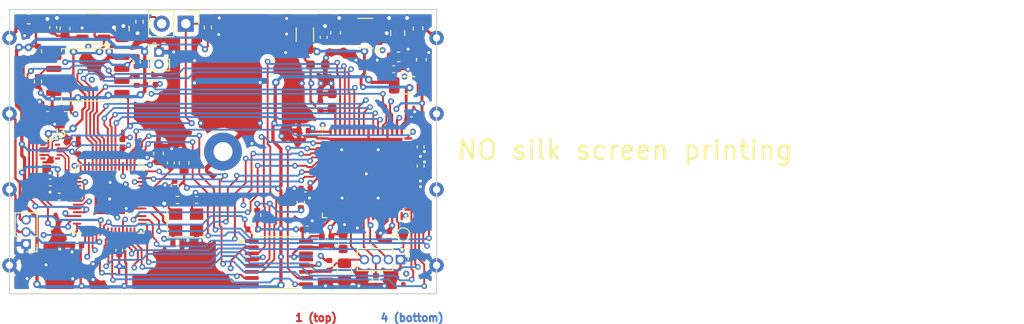
<source format=kicad_pcb>
(kicad_pcb (version 20241229) (generator "pcbnew") (generator_version "9.0")
  (title_block (title "SpASICs: TT Experiment Board") (date "2025-04-12") (rev "1.0") (company "Psychogenic Technologies") (comment 1 "(C) 2025 Pat Deegan"))
  (layers (0 "F.Cu" signal) (4 "In1.Cu" signal) (6 "In2.Cu" signal) (2 "B.Cu" signal) (13 "F.Paste" user) (15 "B.Paste" user) (5 "F.SilkS" user "F.Silkscreen") (7 "B.SilkS" user "B.Silkscreen") (1 "F.Mask" user) (3 "B.Mask" user) (25 "Edge.Cuts" user))
  (net 0 "")
  (net 1 "+3V3")
  (net 2 "GND")
  (net 3 "+1V8")
  (net 4 "+5V")
  (net 5 "/ASIC/vdda_all")
  (net 6 "/ASIC/vccd_all")
  (net 7 "/RP2040/DVDD")
  (net 8 "/RP2040/xin")
  (net 9 "/RP2040/xoutr")
  (net 10 "SCL1")
  (net 11 "SDA1")
  (net 12 "boot_mode")
  (net 13 "Net-(J2-Pin_2)")
  (net 14 "usb_d-")
  (net 15 "usb_d+")
  (net 16 "/RP2040/SWDIO")
  (net 17 "/RP2040/SWCLK")
  (net 18 "/RP2040/RUN")
  (net 21 "/~{ctrl_sel_rst}")
  (net 22 "/ctrl_sel_inc")
  (net 23 "/ctrl_ena")
  (net 24 "/mux_sel")
  (net 25 "/ASIC/reset_b")
  (net 26 "/RP2040/xout")
  (net 27 "/RP2040/QSPI_SD2")
  (net 28 "/RP2040/QSPI_SD3")
  (net 29 "/RP2040/QSPI_SD0")
  (net 30 "/RP2040/QSPI_SD1")
  (net 31 "/RP2040/QSPI_CLK")
  (net 32 "/ui_in0")
  (net 33 "/proj_clk")
  (net 34 "/~{proj_rst}")
  (net 35 "/uio1")
  (net 36 "/out0_~{rst}")
  (net 37 "/out2_ena")
  (net 39 "/uo_out0")
  (net 40 "/out1_inc")
  (net 42 "/uo_out2")
  (net 43 "/uo_out1")
  (net 46 "/ui_in4")
  (net 47 "/ASIC/chip_an3")
  (net 48 "/uo_out6")
  (net 49 "/ASIC/RES3")
  (net 50 "/ui_in3")
  (net 51 "/ASIC/chip_an5")
  (net 52 "/ui_in7")
  (net 53 "/uo_out4")
  (net 54 "/uio2")
  (net 55 "/ASIC/RES1")
  (net 56 "/ASIC/chip_an0")
  (net 57 "/uo_out5")
  (net 58 "/uio6")
  (net 59 "/uo_out7")
  (net 60 "/ASIC/RES2")
  (net 61 "/ASIC/chip_an2")
  (net 62 "/ui_in5")
  (net 63 "/uio0")
  (net 64 "/ui_in6")
  (net 66 "/uo_out3")
  (net 67 "/ASIC/chip_an4")
  (net 68 "/ui_in2")
  (net 69 "/ASIC/chip_an1")
  (net 70 "/uio4")
  (net 71 "/uio7")
  (net 72 "/ui_in1")
  (net 73 "/uio3")
  (net 74 "/uio5")
  (net 75 "RPIO29")
  (net 76 "/ASIC/chip_an6")
  (net 77 "/ASIC/chip_an9")
  (net 78 "/ASIC/chip_an7")
  (net 79 "/ASIC/chip_an8")
  (net 80 "/ASIC/chip_an10")
  (net 81 "/ASIC/chip_an11")
  (net 82 "/vin1")
  (net 83 "/vin2")
  (footprint "Package_DFN_QFN:QFN-56-1EP_7x7mm_P0.4mm_EP3.2x3.2mm" (layer "F.Cu") (at 28.2745 37.215 90)
    (property "Reference" "U5" (hide yes))
    (property "Value" "RP2040" (hide yes))
  )
  (footprint "spasic:CONN_505070-0622_MOL" (layer "F.Cu") (at 22.012 32.215 -90)
    (property "Reference" "J3")
    (property "Value" "5050700622")
  )
  (footprint "flyingcarsfootprints:StitchingVia-0.3mm" (layer "F.Cu") (at 46.812 21.765)
    (property "Reference" "STITCH1" (hide yes))
    (property "Value" "StitchingVia-0.3mm" (hide yes))
  )
  (footprint "Connector_PinHeader_1.27mm:PinHeader_1x04_P1.27mm_Vertical" (layer "F.Cu") (at 58.912 43.615 -90)
    (property "Reference" "J5" (hide yes))
    (property "Value" "Conn_01x04" (hide yes))
  )
  (footprint "Resistor_SMD:R_0402_1005Metric" (layer "F.Cu") (at 31.412 18.515 -90)
    (property "Reference" "R6" (hide yes))
    (property "Value" "1k" (hide yes))
  )
  (footprint "Capacitor_SMD:C_0402_1005Metric" (layer "F.Cu") (at 35.112 35.815 90)
    (property "Reference" "C34" (hide yes))
    (property "Value" "100nF" (hide yes))
  )
  (footprint "Capacitor_SMD:C_0402_1005Metric" (layer "F.Cu") (at 51.622 41.625 90)
    (property "Reference" "C20" (hide yes))
    (property "Value" "0.1uf" (hide yes))
  )
  (footprint "Fiducial:Fiducial_0.5mm_Mask1mm" (layer "F.Cu") (at 59.212 46.215)
    (property "Reference" "FID3" (hide yes))
    (property "Value" "Fiducial" (hide yes))
  )
  (footprint "Resistor_SMD:R_1206_3216Metric" (layer "F.Cu") (at 59.712 25.215 180)
    (property "Reference" "R7" (hide yes))
    (property "Value" "0R" (hide yes))
  )
  (footprint "Resistor_SMD:R_0402_1005Metric" (layer "F.Cu") (at 32.562 25.165)
    (property "Reference" "R13" (hide yes))
    (property "Value" "10k" (hide yes))
  )
  (footprint "Capacitor_SMD:C_0402_1005Metric" (layer "F.Cu") (at 48.912 36.115 180)
    (property "Reference" "C25" (hide yes))
    (property "Value" "0.1uf" (hide yes))
  )
  (footprint "Package_TO_SOT_SMD:SOT-23-5" (layer "F.Cu") (at 26.532 19.215 180)
    (property "Reference" "U3" (hide yes))
    (property "Value" "AP2112K-3.3" (hide yes))
  )
  (footprint "Capacitor_SMD:C_0402_1005Metric" (layer "F.Cu") (at 61.034 31.715 -90)
    (property "Reference" "C24" (hide yes))
    (property "Value" "0.1uf" (hide yes))
  )
  (footprint "Capacitor_SMD:C_0603_1608Metric" (layer "F.Cu") (at 33.412 32.415 -90)
    (property "Reference" "C27" (hide yes))
    (property "Value" "1uF" (hide yes))
  )
  (footprint "Capacitor_SMD:C_0402_1005Metric" (layer "F.Cu") (at 29.612 31.415 90)
    (property "Reference" "C39" (hide yes))
    (property "Value" "100nF" (hide yes))
  )
  (footprint "Capacitor_SMD:C_0402_1005Metric" (layer "F.Cu") (at 50.8245 20.165 90)
    (property "Reference" "C3" (hide yes))
    (property "Value" "100nF" (hide yes))
  )
  (footprint "flyingcarsfootprints:StitchingVia-0.3mm" (layer "F.Cu") (at 46.912 19.815)
    (property "Reference" "STITCH1" (hide yes))
    (property "Value" "StitchingVia-0.3mm" (hide yes))
  )
  (footprint "flyingcarsfootprints:StitchingVia-0.3mm" (layer "F.Cu") (at 37.862 29.215)
    (property "Reference" "STITCH1" (hide yes))
    (property "Value" "StitchingVia-0.3mm" (hide yes))
  )
  (footprint "Resistor_SMD:R_0402_1005Metric" (layer "F.Cu") (at 48.412 37.615 90)
    (property "Reference" "R11" (hide yes))
    (property "Value" "1k")
  )
  (footprint "Capacitor_SMD:C_0402_1005Metric" (layer "F.Cu") (at 35.412 41.915)
    (property "Reference" "C29" (hide yes))
    (property "Value" "6pF" (hide yes))
  )
  (footprint "Capacitor_SMD:C_0402_1005Metric" (layer "F.Cu") (at 21.732 27.615)
    (property "Reference" "C31" (hide yes))
    (property "Value" "100nF" (hide yes))
  )
  (footprint "flyingcarsfootprints:StitchingVia-0.3mm" (layer "F.Cu") (at 22.462 29.315)
    (property "Reference" "STITCH1" (hide yes))
    (property "Value" "StitchingVia-0.3mm" (hide yes))
  )
  (footprint "Resistor_SMD:R_0402_1005Metric" (layer "F.Cu") (at 43.342 40.43 180)
    (property "Reference" "R4" (hide yes))
    (property "Value" "10k" (hide yes))
  )
  (footprint "Resistor_SMD:R_0805_2012Metric" (layer "F.Cu") (at 53.012 44.915 -90)
    (property "Reference" "R9" (hide yes))
    (property "Value" "1k" (hide yes))
  )
  (footprint "flyingcarsfootprints:StitchingVia-0.3mm" (layer "F.Cu") (at 21.562 44.165)
    (property "Reference" "STITCH1" (hide yes))
    (property "Value" "StitchingVia-0.3mm" (hide yes))
  )
  (footprint "Capacitor_SMD:C_0603_1608Metric" (layer "F.Cu") (at 61.112 22.515 90)
    (property "Reference" "C12" (hide yes))
    (property "Value" "C_1u_0603_50V" (hide yes))
  )
  (footprint "Resistor_SMD:R_0402_1005Metric" (layer "F.Cu") (at 35.4245 37.315 180)
    (property "Reference" "R14" (hide yes))
    (property "Value" "1k" (hide yes))
  )
  (footprint "Capacitor_SMD:C_0402_1005Metric" (layer "F.Cu") (at 49.082 40.43)
    (property "Reference" "C4" (hide yes))
    (property "Value" "100nF" (hide yes))
  )
  (footprint "Capacitor_SMD:C_0402_1005Metric" (layer "F.Cu") (at 50.622 41.625 90)
    (property "Reference" "C17" (hide yes))
    (property "Value" "0.1uf" (hide yes))
  )
  (footprint "Capacitor_SMD:C_0603_1608Metric" (layer "F.Cu") (at 36.112 33.415 90)
    (property "Reference" "C28" (hide yes))
    (property "Value" "1uF" (hide yes))
  )
  (footprint "spasic:pocketqube_experiment" (layer "F.Cu") (at 40.212 32.215)
    (property "Reference" "PCB1" (hide yes))
    (property "Value" "NMHH-1 3PQ" (hide yes))
    (fp_rect (start -22.5 -15) (end 22.5 15) (stroke (width 0.12)) (fill no) (layer "Edge.Cuts"))
  )
  (footprint "flyingcarsfootprints:StitchingVia-0.3mm" (layer "F.Cu") (at 37.212 22.615)
    (property "Reference" "STITCH1" (hide yes))
    (property "Value" "StitchingVia-0.3mm" (hide yes))
  )
  (footprint "Resistor_SMD:R_0402_1005Metric" (layer "F.Cu") (at 56.312 45.815 -90)
    (property "Reference" "R2" (hide yes))
    (property "Value" "10k" (hide yes))
  )
  (footprint "Inductor_SMD:L_0603_1608Metric" (layer "F.Cu") (at 19.712 18.215 180)
    (property "Reference" "FB1" (hide yes))
    (property "Value" "FerriteBead_Small" (hide yes))
  )
  (footprint "Resistor_SMD:R_0402_1005Metric" (layer "F.Cu") (at 31.112 24.715 90)
    (property "Reference" "R18" (hide yes))
    (property "Value" "10k" (hide yes))
  )
  (footprint "Resistor_SMD:R_0402_1005Metric" (layer "F.Cu") (at 43.812 38.915 90)
    (property "Reference" "R1" (hide yes))
    (property "Value" "10k" (hide yes))
  )
  (footprint "Connector_PinHeader_2.54mm:PinHeader_1x02_P2.54mm_Vertical" (layer "F.Cu") (at 36.287 18.715 -90)
    (property "Reference" "J2" (hide yes))
    (property "Value" "Conn_01x02" (hide yes))
  )
  (footprint "Capacitor_SMD:C_0402_1005Metric" (layer "F.Cu") (at 57.712 41.125 -90)
    (property "Reference" "C23" (hide yes))
    (property "Value" "0.1uf" (hide yes))
  )
  (footprint "flyingcarsfootprints:StitchingVia-0.3mm" (layer "F.Cu") (at 39.762 19.865)
    (property "Reference" "STITCH1" (hide yes))
    (property "Value" "StitchingVia-0.3mm" (hide yes))
  )
  (footprint "Inductor_SMD:L_0603_1608Metric" (layer "F.Cu") (at 60.762 19.215 -90)
    (property "Reference" "FB2" (hide yes))
    (property "Value" "FerriteBead_Small" (hide yes))
  )
  (footprint "Fiducial:Fiducial_0.5mm_Mask1mm" (layer "F.Cu") (at 18.712 46.215)
    (property "Reference" "FID1" (hide yes))
    (property "Value" "Fiducial" (hide yes))
  )
  (footprint "Capacitor_SMD:C_0603_1608Metric" (layer "F.Cu") (at 23.562 19.215 90)
    (property "Reference" "C6" (hide yes))
    (property "Value" "1uF" (hide yes))
  )
  (footprint "Capacitor_SMD:C_0402_1005Metric" (layer "F.Cu") (at 22.002 35.465 180)
    (property "Reference" "C37" (hide yes))
    (property "Value" "100nF" (hide yes))
  )
  (footprint "Capacitor_SMD:C_0402_1005Metric" (layer "F.Cu") (at 24.962 31.965 90)
    (property "Reference" "C38" (hide yes))
    (property "Value" "100nF" (hide yes))
  )
  (footprint "flyingcarsfootprints:StitchingVia-0.3mm" (layer "F.Cu") (at 24.362 45.615)
    (property "Reference" "STITCH1" (hide yes))
    (property "Value" "StitchingVia-0.3mm" (hide yes))
  )
  (footprint "Resistor_SMD:R_0402_1005Metric" (layer "F.Cu") (at 23.662 27.615)
    (property "Reference" "R16" (hide yes))
    (property "Value" "10k" (hide yes))
  )
  (footprint "Fiducial:Fiducial_0.5mm_Mask1mm" (layer "F.Cu") (at 45.712 18.215)
    (property "Reference" "FID2" (hide yes))
    (property "Value" "Fiducial" (hide yes))
  )
  (footprint "Capacitor_SMD:C_0402_1005Metric" (layer "F.Cu") (at 58.212 23.515 180)
    (property "Reference" "C22" (hide yes))
    (property "Value" "0.1uf" (hide yes))
  )
  (footprint "Resistor_SMD:R_0402_1005Metric" (layer "F.Cu") (at 20.712 21.615 -90)
    (property "Reference" "R17" (hide yes))
    (property "Value" "10k" (hide yes))
  )
  (footprint "flyingcarsfootprints:StitchingVia-0.3mm" (layer "F.Cu") (at 19.312 19.965)
    (property "Reference" "STITCH1" (hide yes))
    (property "Value" "StitchingVia-0.3mm" (hide yes))
  )
  (footprint "flyingcarsfootprints:StitchingVia-0.3mm" (layer "F.Cu") (at 54.212 22.565)
    (property "Reference" "STITCH1" (hide yes))
    (property "Value" "StitchingVia-0.3mm" (hide yes))
  )
  (footprint "flyingcarsfootprints:StitchingVia-0.3mm" (layer "F.Cu") (at 44.112 29.215)
    (property "Reference" "STITCH1" (hide yes))
    (property "Value" "StitchingVia-0.3mm" (hide yes))
  )
  (footprint "Capacitor_SMD:C_0603_1608Metric" (layer "F.Cu") (at 58.712 22.215)
    (property "Reference" "C8" (hide yes))
    (property "Value" "C_1u_0603_50V" (hide yes))
  )
  (footprint "Capacitor_SMD:C_0603_1608Metric" (layer "F.Cu") (at 52.0745 19.665 90)
    (property "Reference" "C2" (hide yes))
    (property "Value" "1uF" (hide yes))
  )
  (footprint "Capacitor_SMD:C_0402_1005Metric" (layer "F.Cu") (at 61.034 33.735 -90)
    (property "Reference" "C26" (hide yes))
    (property "Value" "0.1uf" (hide yes))
  )
  (footprint "Connector_PinHeader_1.27mm:PinHeader_1x02_P1.27mm_Vertical" (layer "F.Cu") (at 33.462 21.715)
    (property "Reference" "J6" (hide yes))
    (property "Value" "Conn_01x02" (hide yes))
  )
  (footprint "Capacitor_SMD:C_0402_1005Metric" (layer "F.Cu") (at 50.462 27.425 90)
    (property "Reference" "C19" (hide yes))
    (property "Value" "0.1uf" (hide yes))
  )
  (footprint "Package_TO_SOT_SMD:SOT-23-5" (layer "F.Cu") (at 55.212 19.715 180)
    (property "Reference" "U2" (hide yes))
    (property "Value" "AP2112K-1.8" (hide yes))
  )
  (footprint "Capacitor_SMD:C_0402_1005Metric" (layer "F.Cu") (at 24.8245 42.115 180)
    (property "Reference" "C32" (hide yes))
    (property "Value" "100nF" (hide yes))
  )
  (footprint "flyingcarsfootprints:StitchingVia-0.3mm" (layer "F.Cu") (at 46.912 18.165)
    (property "Reference" "STITCH1" (hide yes))
    (property "Value" "StitchingVia-0.3mm" (hide yes))
  )
  (footprint "flyingcarsfootprints:StitchingVia-0.3mm" (layer "F.Cu") (at 37.212 24.965)
    (property "Reference" "STITCH1" (hide yes))
    (property "Value" "StitchingVia-0.3mm" (hide yes))
  )
  (footprint "Resistor_SMD:R_0402_1005Metric" (layer "F.Cu") (at 31.112 22.715 90)
    (property "Reference" "R15" (hide yes))
    (property "Value" "10k" (hide yes))
  )
  (footprint "Resistor_SMD:R_0402_1005Metric" (layer "F.Cu") (at 38.612 19.115 90)
    (property "Reference" "R5" (hide yes))
    (property "Value" "10k" (hide yes))
  )
  (footprint "TestPoint:TestPoint_Pad_D1.0mm" (layer "F.Cu") (at 59.212 40.965)
    (property "Reference" "TP1" (hide yes))
    (property "Value" "TestPoint" (hide yes))
  )
  (footprint "flyingcarsfootprints:StitchingVia-0.3mm" (layer "F.Cu") (at 43.262 31.365)
    (property "Reference" "STITCH1" (hide yes))
    (property "Value" "StitchingVia-0.3mm" (hide yes))
  )
  (footprint "Resistor_SMD:R_1206_3216Metric" (layer "F.Cu") (at 48.8365 19.88 90)
    (property "Reference" "R8" (hide yes))
    (property "Value" "0R" (hide yes))
  )
  (footprint "flyingcarsfootprints:StitchingVia-0.3mm" (layer "F.Cu") (at 25.362 19.165)
    (property "Reference" "STITCH1" (hide yes))
    (property "Value" "StitchingVia-0.3mm" (hide yes))
  )
  (footprint "Capacitor_SMD:C_0402_1005Metric" (layer "F.Cu") (at 48.712 30.015)
    (property "Reference" "C21" (hide yes))
    (property "Value" "0.1uf" (hide yes))
  )
  (footprint "Capacitor_SMD:C_0805_2012Metric" (layer "F.Cu") (at 58.612 19.715 90)
    (property "Reference" "C1" (hide yes))
    (property "Value" "10uF" (hide yes))
  )
  (footprint "Resistor_SMD:R_0402_1005Metric" (layer "F.Cu") (at 51.412 44.215 90)
    (property "Reference" "R3" (hide yes))
    (property "Value" "10k" (hide yes))
  )
  (footprint "Capacitor_SMD:C_0402_1005Metric" (layer "F.Cu") (at 60.064 28.9 180)
    (property "Reference" "C18" (hide yes))
    (property "Value" "0.1uf" (hide yes))
  )
  (footprint "Resistor_SMD:R_0402_1005Metric" (layer "F.Cu") (at 20.712 24.815 90)
    (property "Reference" "R19" (hide yes))
    (property "Value" "10k" (hide yes))
  )
  (footprint "flyingcarsfootprints:StitchingVia-0.3mm" (layer "F.Cu") (at 19.562 45.615)
    (property "Reference" "STITCH1" (hide yes))
    (property "Value" "StitchingVia-0.3mm" (hide yes))
  )
  (footprint "Capacitor_SMD:C_0402_1005Metric" (layer "F.Cu") (at 29.2745 42.615 -90)
    (property "Reference" "C33" (hide yes))
    (property "Value" "100nF" (hide yes))
  )
  (footprint "flyingcarsfootprints:StitchingVia-0.3mm" (layer "F.Cu") (at 39.812 18.115)
    (property "Reference" "STITCH1" (hide yes))
    (property "Value" "StitchingVia-0.3mm" (hide yes))
  )
  (footprint "flyingcarsfootprints:StitchingVia-0.3mm" (layer "F.Cu") (at 26.512 44.065)
    (property "Reference" "STITCH1" (hide yes))
    (property "Value" "StitchingVia-0.3mm" (hide yes))
  )
  (footprint "Capacitor_SMD:C_0603_1608Metric" (layer "F.Cu") (at 51.712 26.9 90)
    (property "Reference" "C16" (hide yes))
    (property "Value" "C_1u_0603_50V" (hide yes))
  )
  (footprint "Package_SO:SOIC-8_5.3x5.3mm_P1.27mm" (layer "F.Cu") (at 25.962 24.115 180)
    (property "Reference" "U6" (hide yes))
    (property "Value" "W25Q32JVSS" (hide yes))
  )
  (footprint "Capacitor_SMD:C_0402_1005Metric" (layer "F.Cu") (at 34.712 33.415 90)
    (property "Reference" "C35" (hide yes))
    (property "Value" "100nF" (hide yes))
  )
  (footprint "Package_DFN_QFN:QFN-64-1EP_9x9mm_P0.5mm_EP7.65x7.65mm" (layer "F.Cu") (at 55.292 34.575)
    (property "Reference" "U4" (hide yes))
    (property "Value" "Openframe_QFN_TT06_REV2" (hide yes))
  )
  (footprint "Capacitor_SMD:C_0603_1608Metric" (layer "F.Cu") (at 52.872 41.71 -90)
    (property "Reference" "C15" (hide yes))
    (property "Value" "C_1u_0603_50V" (hide yes))
  )
  (footprint "Crystal:Crystal_SMD_3225-4Pin_3.2x2.5mm" (layer "F.Cu") (at 36.3245 39.665)
    (property "Reference" "Y1" (hide yes))
    (property "Value" "12.0MHz" (hide yes))
  )
  (footprint "flyingcarsfootprints:StitchingVia-0.3mm" (layer "F.Cu") (at 56.462 22.565)
    (property "Reference" "STITCH1" (hide yes))
    (property "Value" "StitchingVia-0.3mm" (hide yes))
  )
  (footprint "Capacitor_SMD:C_0805_2012Metric" (layer "F.Cu") (at 29.582 19.215 90)
    (property "Reference" "C5" (hide yes))
    (property "Value" "10uF" (hide yes))
  )
  (footprint "Capacitor_SMD:C_0402_1005Metric" (layer "F.Cu") (at 22.962 36.965 180)
    (property "Reference" "C36" (hide yes))
    (property "Value" "100nF" (hide yes))
  )
  (footprint "flyingcarsfootprints:StitchingVia-0.3mm" (layer "F.Cu") (at 26.512 45.715)
    (property "Reference" "STITCH1" (hide yes))
    (property "Value" "StitchingVia-0.3mm" (hide yes))
  )
  (footprint "Capacitor_SMD:C_0402_1005Metric" (layer "F.Cu") (at 22.312 19.115 90)
    (property "Reference" "C7" (hide yes))
    (property "Value" "100nF" (hide yes))
  )
  (footprint "Connector_PinHeader_1.27mm:PinHeader_1x03_P1.27mm_Vertical" (layer "F.Cu") (at 19.462 41.965 180)
    (property "Reference" "J1" (hide yes))
    (property "Value" "Conn_01x03" (hide yes))
  )
  (footprint "Package_SO:TSSOP-16_4.4x5mm_P0.65mm" (layer "F.Cu") (at 46.102 43.93)
    (property "Reference" "U1" (hide yes))
    (property "Value" "74CBTLV3257" (hide yes))
  )
  (footprint "Capacitor_SMD:C_0603_1608Metric" (layer "F.Cu") (at 50.212 23.08)
    (property "Reference" "C14" (hide yes))
    (property "Value" "C_1u_0603_50V" (hide yes))
  )
  (footprint "flyingcarsfootprints:StitchingVia-0.3mm" (layer "F.Cu") (at 44.112 24.915)
    (property "Reference" "STITCH1" (hide yes))
    (property "Value" "StitchingVia-0.3mm" (hide yes))
  )
  (footprint "Capacitor_SMD:C_0402_1005Metric" (layer "F.Cu") (at 37.4245 37.315)
    (property "Reference" "C30" (hide yes))
    (property "Value" "6pF" (hide yes))
  )
  (gr_text "1 (top)" (at 47.712 50.215 0) (layer "F.Cu") (effects (font (size 0.8 0.8) (thickness 0.2) (bold yes)) (justify left bottom)))
  (gr_text "4 (bottom)" (at 56.712 50.215 0) (layer "B.Cu") (effects (font (size 0.8 0.8) (thickness 0.2) (bold yes)) (justify left bottom)))
  (gr_text "NO silk screen printing" (at 64.712 33.215 0) (layer "F.SilkS") (effects (font (size 2 2) (thickness 0.3)) (justify left bottom)))
  (segment (start 43.812 39.425) (end 43.812 40.279031) (width 0.25) (layer "F.Cu") (net 1))
  (segment (start 25.062 34.615) (end 24.837 34.615) (width 0.2) (layer "F.Cu") (net 1))
  (segment (start 29.287404 42.135) (end 29.9105 42.758096) (width 0.25) (layer "F.Cu") (net 1))
  (segment (start 38.612 21.115) (end 38.312 21.415) (width 0.2) (layer "F.Cu") (net 1))
  (segment (start 19.822 21.105) (end 19.712 21.215) (width 0.25) (layer "F.Cu") (net 1))
  (segment (start 18.712 21.215) (end 18.464 21.463) (width 0.35) (layer "F.Cu") (net 1))
  (segment (start 24.112 36.615) (end 24.001264 36.615) (width 0.16) (layer "F.Cu") (net 1))
  (segment (start 22.3745 26.02) (end 22.3745 26.4825) (width 0.3) (layer "F.Cu") (net 1))
  (segment (start 58.612 20.665) (end 58.612 21.54) (width 0.25) (layer "F.Cu") (net 1))
  (segment (start 24.343 34.615) (end 24.343 35.015) (width 0.2) (layer "F.Cu") (net 1))
  (segment (start 51.002 43.705) (end 50.512 43.215) (width 0.25) (layer "F.Cu") (net 1))
  (segment (start 60.5995 20.315) (end 60.762 20.1525) (width 0.25) (layer "F.Cu") (net 1))
  (segment (start 48.602 40.43) (end 47.927 40.43) (width 0.25) (layer "F.Cu") (net 1))
  (segment (start 31.112 23.225) (end 31.122 23.235) (width 0.25) (layer "F.Cu") (net 1))
  (segment (start 19.3 32.903) (end 19.3 37.894459) (width 0.35) (layer "F.Cu") (net 1))
  (segment (start 22.793491 35.153509) (end 22.793491 34.087244) (width 0.16) (layer "F.Cu") (net 1))
  (segment (start 19.012 32.615) (end 19.3 32.903) (width 0.35) (layer "F.Cu") (net 1))
  (segment (start 29.612 31.895) (end 29.972763 31.895) (width 0.16) (layer "F.Cu") (net 1))
  (segment (start 55.562 18.765) (end 55.361 18.966) (width 0.25) (layer "F.Cu") (net 1))
  (segment (start 45.712 24.976835) (end 45.773835 24.915) (width 0.35) (layer "F.Cu") (net 1))
  (segment (start 49.292 30.115) (end 51.532 30.115) (width 0.25) (layer "F.Cu") (net 1))
  (segment (start 25.212 42.2075) (end 25.212 46.29) (width 0.25) (layer "F.Cu") (net 1))
  (segment (start 24.962 33.162702) (end 25.212 33.412702) (width 0.2) (layer "F.Cu") (net 1))
  (segment (start 19.012 32.615) (end 19.012 31.415) (width 0.25) (layer "F.Cu") (net 1))
  (segment (start 43.911031 40.43) (end 43.937 40.404031) (width 0.25) (layer "F.Cu") (net 1))
  (segment (start 22.812 35.815) (end 22.482 35.485) (width 0.16) (layer "F.Cu") (net 1))
  (segment (start 24.837 36.615) (end 24.112 36.615) (width 0.2) (layer "F.Cu") (net 1))
  (segment (start 25.212 34.465) (end 25.062 34.615) (width 0.2) (layer "F.Cu") (net 1))
  (segment (start 29.9105 43.92355) (end 30.012 44.02505) (width 0.25) (layer "F.Cu") (net 1))
  (segment (start 55.361 20.464) (end 55.562 20.665) (width 0.25) (layer "F.Cu") (net 1))
  (segment (start 55.361 18.966) (end 55.361 20.464) (width 0.25) (layer "F.Cu") (net 1))
  (segment (start 29.972763 31.895) (end 30.248115 31.619648) (width 0.16) (layer "F.Cu") (net 1))
  (segment (start 46.312 35.814998) (end 46.011998 36.115) (width 0.35) (layer "F.Cu") (net 1))
  (segment (start 51.532 30.115) (end 51.542 30.125) (width 0.25) (layer "F.Cu") (net 1))
  (segment (start 38.612 19.625) (end 38.612 21.115) (width 0.2) (layer "F.Cu") (net 1))
  (segment (start 25.3945 20.165) (end 23.737 20.165) (width 0.25) (layer "F.Cu") (net 1))
  (segment (start 29.612 32.535) (end 29.612 31.895) (width 0.16) (layer "F.Cu") (net 1))
  (segment (start 45.712 29.215) (end 45.687 29.24) (width 0.25) (layer "F.Cu") (net 1))
  (segment (start 20.612 39.206459) (end 20.612 46.215) (width 0.35) (layer "F.Cu") (net 1))
  (segment (start 46.312 46.315) (end 46.312 43.315) (width 0.35) (layer "F.Cu") (net 1))
  (segment (start 24.343 34.615) (end 24.837 34.615) (width 0.2) (layer "F.Cu") (net 1))
  (segment (start 18.464 21.463) (end 18.464 27.357626) (width 0.35) (layer "F.Cu") (net 1))
  (segment (start 22.482 35.465) (end 22.793491 35.153509) (width 0.16) (layer "F.Cu") (net 1))
  (segment (start 22.212 27.615) (end 23.152 27.615) (width 0.3) (layer "F.Cu") (net 1))
  (segment (start 34.833362 36.463638) (end 33.165817 36.463638) (width 0.25) (layer "F.Cu") (net 1))
  (segment (start 21.012 26.015) (end 21.012 25.625) (width 0.35) (layer "F.Cu") (net 1))
  (segment (start 51.542 39.025) (end 51.542 39.285) (width 0.25) (layer "F.Cu") (net 1))
  (segment (start 20.4995 18.215) (end 20.4995 20.8925) (width 0.25) (layer "F.Cu") (net 1))
  (segment (start 25.212 46.29) (end 25.312 46.39) (width 0.25) (layer "F.Cu") (net 1))
  (segment (start 57.732 23.515) (end 57.732 23.80402) (width 0.25) (layer "F.Cu") (net 1))
  (segment (start 19.3 37.894459) (end 20.612 39.206459) (width 0.35) (layer "F.Cu") (net 1))
  (segment (start 24.112 37.015) (end 24.112 36.615) (width 0.2) (layer "F.Cu") (net 1))
  (segment (start 35.958452 35.461452) (end 35.124904 36.295) (width 0.25) (layer "F.Cu") (net 1))
  (segment (start 31.122 23.235) (end 31.882 23.235) (width 0.25) (layer "F.Cu") (net 1))
  (segment (start 24.343 35.015) (end 24.837 35.015) (width 0.2) (layer "F.Cu") (net 1))
  (segment (start 48.9645 41.655) (end 49.4745 41.145) (width 0.25) (layer "F.Cu") (net 1))
  (segment (start 43.852 40.43) (end 43.911031 40.43) (width 0.25) (layer "F.Cu") (net 1))
  (segment (start 23.201264 35.815) (end 22.812 35.815) (width 0.16) (layer "F.Cu") (net 1))
  (segment (start 22.3745 26.4825) (end 22.212 26.645) (width 0.3) (layer "F.Cu") (net 1))
  (segment (start 49.4745 41.145) (end 50.622 41.145) (width 0.25) (layer "F.Cu") (net 1))
  (segment (start 49.192 30.015) (end 49.292 30.115) (width 0.25) (layer "F.Cu") (net 1))
  (segment (start 33.165817 36.463638) (end 32.663227 36.966228) (width 0.25) (layer "F.Cu") (net 1))
  (segment (start 30.248115 31.619648) (end 30.248115 31.535763) (width 0.16) (layer "F.Cu") (net 1))
  (segment (start 58.962 20.315) (end 60.5995 20.315) (width 0.3) (layer "F.Cu") (net 1))
  (segment (start 46.312 43.315) (end 46.312 36.315) (width 0.35) (layer "F.Cu") (net 1))
  (segment (start 29.9105 42.758096) (end 29.9105 43.92355) (width 0.25) (layer "F.Cu") (net 1))
  (segment (start 31.962 21.665) (end 31.962 23.315) (width 0.35) (layer "F.Cu") (net 1))
  (segment (start 51.542 39.285) (end 50.622 40.205) (width 0.25) (layer "F.Cu") (net 1))
  (segment (start 55.562 20.665) (end 56.3495 20.665) (width 0.25) (layer "F.Cu") (net 1))
  (segment (start 31.912 25.165) (end 32.052 25.165) (width 0.25) (layer "F.Cu") (net 1))
  (segment (start 57.937 22.215) (end 57.937 23.31) (width 0.25) (layer "F.Cu") (net 1))
  (segment (start 32.614455 37.015) (end 32.663227 36.966228) (width 0.2) (layer "F.Cu") (net 1))
  (segment (start 31.962 23.315) (end 31.962 25.854338) (width 0.35) (layer "F.Cu") (net 1))
  (segment (start 25.6745 33.7775) (end 25.6745 32.8775) (width 0.2) (layer "F.Cu") (net 1))
  (segment (start 49.427375 30.015) (end 49.639578 29.802797) (width 0.25) (layer "F.Cu") (net 1))
  (segment (start 36.112 34.19) (end 36.112 35.307904) (width 0.25) (layer "F.Cu") (net 1))
  (segment (start 36.412 35.915) (end 35.958452 35.461452) (width 0.25) (layer "F.Cu") (net 1))
  (segment (start 51.412 43.705) (end 51.002 43.705) (width 0.25) (layer "F.Cu") (net 1))
  (segment (start 24.962 32.445) (end 24.962 33.162702) (width 0.2) (layer "F.Cu") (net 1))
  (segment (start 19.012 27.905626) (end 19.012 32.615) (width 0.35) (layer "F.Cu") (net 1))
  (segment (start 58.2495 24.32152) (end 58.2495 25.215) (width 0.25) (layer "F.Cu") (net 1))
  (segment (start 22.707 19.99) (end 22.312 19.595) (width 0.25) (layer "F.Cu") (net 1))
  (segment (start 45.712 29.215) (end 45.712 24.976835) (width 0.35) (layer "F.Cu") (net 1))
  (segment (start 21.012 25.625) (end 20.712 25.325) (width 0.35) (layer "F.Cu") (net 1))
  (segment (start 24.962 32.445) (end 24.542 32.445) (width 0.25) (layer "F.Cu") (net 1))
  (segment (start 49.192 30.015) (end 49.427375 30.015) (width 0.25) (layer "F.Cu") (net 1))
  (segment (start 47.927 40.43) (end 47.912 40.415) (width 0.25) (layer "F.Cu") (net 1))
  (segment (start 56.3495 20.665) (end 58.612 20.665) (width 0.25) (layer "F.Cu") (net 1))
  (segment (start 21.8795 19.595) (end 20.4995 18.215) (width 0.25) (layer "F.Cu") (net 1))
  (segment (start 20.4995 20.8925) (end 20.712 21.105) (width 0.25) (layer "F.Cu") (net 1))
  (segment (start 60.762 20.1525) (end 60.762 20.0025) (width 0.25) (layer "F.Cu") (net 1))
  (segment (start 18.712 21.215) (end 19.712 21.215) (width 0.25) (layer "F.Cu") (net 1))
  (segment (start 35.124904 36.295) (end 35.112 36.295) (width 0.25) (layer "F.Cu") (net 1))
  (segment (start 25.212 33.412702) (end 25.212 34.465) (width 0.2) (layer "F.Cu") (net 1))
  (segment (start 25.412 32.615) (end 25.132 32.615) (width 0.2) (layer "F.Cu") (net 1))
  (segment (start 29.2745 32.8725) (end 29.612 32.535) (width 0.16) (layer "F.Cu") (net 1))
  (segment (start 57.732 23.80402) (end 58.2495 24.32152) (width 0.25) (layer "F.Cu") (net 1))
  (segment (start 30.012 44.02505) (end 30.012 46.19) (width 0.25) (layer "F.Cu") (net 1))
  (segment (start 45.473904 31.094142) (end 46.312 31.932238) (width 0.35) (layer "F.Cu") (net 1))
  (segment (start 36.412 36.04) (end 36.412 35.915) (width 0.25) (layer "F.Cu") (net 1))
  (segment (start 45.687 29.24) (end 45.616972 29.24) (width 0.25) (layer "F.Cu") (net 1))
  (segment (start 23.562 19.99) (end 22.707 19.99) (width 0.25) (layer "F.Cu") (net 1))
  (segment (start 55.843618 24.905584) (end 55.562 24.623966) (width 0.35) (layer "F.Cu") (net 1))
  (segment (start 31.962 25.854338) (end 31.607409 26.208929) (width 0.35) (layer "F.Cu") (net 1))
  (segment (start 57.940084 24.905584) (end 55.843618 24.905584) (width 0.35) (layer "F.Cu") (net 1))
  (segment (start 29.2745 42.135) (end 29.287404 42.135) (width 0.25) (layer "F.Cu") (net 1))
  (segment (start 25.6745 40.6525) (end 25.6745 41.745) (width 0.2) (layer "F.Cu") (net 1))
  (segment (start 29.2745 33.7775) (end 29.2745 32.8725) (width 0.16) (layer "F.Cu") (net 1))
  (segment (start 43.812 40.279031) (end 43.937 40.404031) (width 0.25) (layer "F.Cu") (net 1))
  (segment (start 58.612 20.665) (end 58.962 20.315) (width 0.25) (layer "F.Cu") (net 1))
  (segment (start 57.937 23.31) (end 57.732 23.515) (width 0.25) (layer "F.Cu") (net 1))
  (segment (start 25.6745 41.745) (end 25.3045 42.115) (width 0.2) (layer "F.Cu") (net 1))
  (segment (start 49.639578 29.802797) (end 49.639578 29.776917) (width 0.25) (layer "F.Cu") (net 1))
  (segment (start 24.001264 36.615) (end 23.201264 35.815) (width 0.16) (layer "F.Cu") (net 1))
  (segment (start 46.312 36.315) (end 46.112 36.115) (width 0.35) (layer "F.Cu") (net 1))
  (segment (start 25.3045 42.115) (end 25.212 42.2075) (width 0.25) (layer "F.Cu") (net 1))
  (segment (start 22.312 19.595) (end 21.8795 19.595) (width 0.25) (layer "F.Cu") (net 1))
  (segment (start 25.6745 32.8775) (end 25.412 32.615) (width 0.2) (layer "F.Cu") (net 1))
  (segment (start 31.712 37.015) (end 32.614455 37.015) (width 0.2) (layer "F.Cu") (net 1))
  (segment (start 45.712 29.215) (end 45.473904 29.453096) (width 0.35) (layer "F.Cu") (net 1))
  (segment (start 46.112 36.115) (end 46.011998 36.115) (width 0.35) (layer "F.Cu") (net 1))
  (segment (start 31.112 25.225) (end 31.852 25.225) (width 0.25) (layer "F.Cu") (net 1))
  (segment (start 20.712 21.105) (end 19.822 21.105) (width 0.25) (layer "F.Cu") (net 1))
  (segment (start 31.607409 26.208929) (end 31.507409 26.208929) (width 0.35) (layer "F.Cu") (net 1))
  (segment (start 25.132 32.615) (end 24.962 32.445) (width 0.2) (layer "F.Cu") (net 1))
  (segment (start 50.622 40.205) (end 50.622 41.145) (width 0.25) (layer "F.Cu") (net 1))
  (segment (start 30.012 46.19) (end 29.812 46.39) (width 0.25) (layer "F.Cu") (net 1))
  (segment (start 24.542 32.445) (end 24.312 32.215) (width 0.25) (layer "F.Cu") (net 1))
  (segment (start 31.882 23.235) (end 31.962 23.315) (width 0.25) (layer "F.Cu") (net 1))
  (segment (start 56.3495 18.765) (end 55.562 18.765) (width 0.25) (layer "F.Cu") (net 1))
  (segment (start 22.212 27.615) (end 22.212 26.645) (width 0.3) (layer "F.Cu") (net 1))
  (segment (start 22.482 35.485) (end 22.482 35.465) (width 0.16) (layer "F.Cu") (net 1))
  (segment (start 24.837 37.015) (end 24.112 37.015) (width 0.2) (layer "F.Cu") (net 1))
  (segment (start 23.737 20.165) (end 23.562 19.99) (width 0.25) (layer "F.Cu") (net 1))
  (segment (start 48.602 40.43) (end 48.602 41.2925) (width 0.25) (layer "F.Cu") (net 1))
  (segment (start 36.112 35.307904) (end 35.958452 35.461452) (width 0.25) (layer "F.Cu") (net 1))
  (segment (start 58.612 21.54) (end 57.937 22.215) (width 0.25) (layer "F.Cu") (net 1))
  (segment (start 18.464 27.357626) (end 19.012 27.905626) (width 0.35) (layer "F.Cu") (net 1))
  (segment (start 31.852 25.225) (end 31.912 25.165) (width 0.25) (layer "F.Cu") (net 1))
  (segment (start 46.012 36.115) (end 46.011998 36.115) (width 0.25) (layer "F.Cu") (net 1))
  (segment (start 48.602 41.2925) (end 48.9645 41.655) (width 0.25) (layer "F.Cu") (net 1))
  (segment (start 45.473904 29.453096) (end 45.473904 31.094142) (width 0.35) (layer "F.Cu") (net 1))
  (segment (start 46.312 31.932238) (end 46.312 35.814998) (width 0.35) (layer "F.Cu") (net 1))
  (segment (start 58.2495 25.215) (end 57.940084 24.905584) (width 0.35) (layer "F.Cu") (net 1))
  (segment (start 29.2745 40.6525) (end 29.2745 42.135) (width 0.2) (layer "F.Cu") (net 1))
  (segment (start 34.932 36.365) (end 34.833362 36.463638) (width 0.25) (layer "F.Cu") (net 1))
  (via (at 20.612 46.215) (size 0.8) (drill 0.4) (layers "F.Cu" "B.Cu") (net 1))
  (via (at 46.312 46.315) (size 0.8) (drill 0.4) (layers "F.Cu" "B.Cu") (net 1))
  (via (at 31.507409 26.208929) (size 0.8) (drill 0.4) (layers "F.Cu" "B.Cu") (net 1))
  (via (at 31.962 21.665) (size 0.8) (drill 0.4) (layers "F.Cu" "B.Cu") (net 1))
  (via (at 21.012 26.015) (size 0.65) (drill 0.3) (layers "F.Cu" "B.Cu") (net 1))
  (via (at 36.412 36.04) (size 0.65) (drill 0.3) (layers "F.Cu" "B.Cu") (net 1))
  (via (at 50.512 43.215) (size 0.65) (drill 0.3) (layers "F.Cu" "B.Cu") (net 1))
  (via (at 19.012 31.415) (size 0.65) (drill 0.3) (layers "F.Cu" "B.Cu") (net 1))
  (via (at 46.012 36.115) (size 0.65) (drill 0.3) (layers "F.Cu" "B.Cu") (net 1))
  (via (at 19.038 34.415) (size 0.65) (drill 0.3) (layers "F.Cu" "B.Cu") (net 1))
  (via (at 29.812 46.39) (size 0.65) (drill 0.3) (layers "F.Cu" "B.Cu") (net 1))
  (via (at 22.212 26.645) (size 0.65) (drill 0.3) (layers "F.Cu" "B.Cu") (net 1))
  (via (at 45.616972 29.24) (size 0.65) (drill 0.3) (layers "F.Cu" "B.Cu") (net 1))
  (via (at 18.712 21.215) (size 0.8) (drill 0.4) (layers "F.Cu" "B.Cu") (net 1))
  (via (at 49.639578 29.776917) (size 0.65) (drill 0.3) (layers "F.Cu" "B.Cu") (net 1))
  (via (at 46.287 40.340088) (size 0.65) (drill 0.3) (layers "F.Cu" "B.Cu") (net 1))
  (via (at 28.133899 26.275299) (size 0.8) (drill 0.4) (layers "F.Cu" "B.Cu") (net 1))
  (via (at 24.312 32.215) (size 0.65) (drill 0.3) (layers "F.Cu" "B.Cu") (net 1))
  (via (at 43.937 40.404031) (size 0.65) (drill 0.3) (layers "F.Cu" "B.Cu") (net 1))
  (via (at 38.312 21.415) (size 0.65) (drill 0.3) (layers "F.Cu" "B.Cu") (net 1))
  (via (at 22.793491 34.087244) (size 0.65) (drill 0.3) (layers "F.Cu" "B.Cu") (net 1))
  (via (at 24.922 26.544395) (size 0.8) (drill 0.4) (layers "F.Cu" "B.Cu") (net 1))
  (via (at 46.312 43.315) (size 0.65) (drill 0.3) (layers "F.Cu" "B.Cu") (net 1))
  (via (at 47.912 40.415) (size 0.65) (drill 0.3) (layers "F.Cu" "B.Cu") (net 1))
  (via (at 55.562 24.623966) (size 0.8) (drill 0.4) (layers "F.Cu" "B.Cu") (net 1))
  (via (at 45.773835 24.915) (size 0.8) (drill 0.4) (layers "F.Cu" "B.Cu") (net 1))
  (via (at 19.712 21.215) (size 0.8) (drill 0.4) (layers "F.Cu" "B.Cu") (net 1))
  (via (at 25.312 46.39) (size 0.65) (drill 0.3) (layers "F.Cu" "B.Cu") (net 1))
  (via (at 30.248115 31.535763) (size 0.6) (drill 0.3) (layers "F.Cu" "B.Cu") (net 1))
  (segment (start 37.811 20.914) (end 32.463 20.914) (width 0.2) (layer "B.Cu") (net 1))
  (segment (start 19.712 21.215) (end 20.562 20.365) (width 0.35) (layer "B.Cu") (net 1))
  (segment (start 38.312 21.415) (end 37.811 20.914) (width 0.2) (layer "B.Cu") (net 1))
  (segment (start 43.947969 40.415) (end 43.937 40.404031) (width 0.25) (layer "B.Cu") (net 1))
  (segment (start 46.012 36.115) (end 45.812 35.915) (width 0.25) (layer "B.Cu") (net 1))
  (segment (start 22.535977 33.82973) (end 22.793491 34.087244) (width 0.25) (layer "B.Cu") (net 1))
  (segment (start 36.537 35.915) (end 36.412 36.04) (width 0.25) (layer "B.Cu") (net 1))
  (segment (start 49.639578 29.776917) (end 49.302661 29.44) (width 0.25) (layer "B.Cu") (net 1))
  (segment (start 45.773835 24.915) (end 46.373835 24.315) (width 0.35) (layer "B.Cu") (net 1))
  (segment (start 46.373835 24.315) (end 55.253034 24.315) (width 0.35) (layer "B.Cu") (net 1))
  (segment (start 21.642 26.645) (end 21.012 26.015) (width 0.35) (layer "B.Cu") (net 1))
  (segment (start 19.712 21.215) (end 18.712 21.215) (width 0.25) (layer "B.Cu") (net 1))
  (segment (start 31.962 21.565) (end 31.962 21.665) (width 0.35) (layer "B.Cu") (net 1))
  (segment (start 32.463 20.914) (end 31.962 21.415) (width 0.2) (layer "B.Cu") (net 1))
  (segment (start 47.912 40.415) (end 43.947969 40.415) (width 0.25) (layer "B.Cu") (net 1))
  (segment (start 24.162 32.065) (end 19.662 32.065) (width 0.25) (layer "B.Cu") (net 1))
  (segment (start 45.816972 29.44) (end 45.616972 29.24) (width 0.25) (layer "B.Cu") (net 1))
  (segment (start 22.212 26.645) (end 21.642 26.645) (width 0.35) (layer "B.Cu") (net 1))
  (segment (start 19.49727 33.82973) (end 22.535977 33.82973) (width 0.25) (layer "B.Cu") (net 1))
  (segment (start 46.137798 46.489202) (end 46.312 46.315) (width 0.35) (layer "B.Cu") (net 1))
  (segment (start 45.812 35.915) (end 36.537 35.915) (width 0.25) (layer "B.Cu") (net 1))
  (segment (start 28.133899 26.275299) (end 28.275443 26.416843) (width 0.35) (layer "B.Cu") (net 1))
  (segment (start 28.933727 21.215) (end 31.612 21.215) (width 0.35) (layer "B.Cu") (net 1))
  (segment (start 22.212 26.645) (end 24.821395 26.645) (width 0.35) (layer "B.Cu") (net 1))
  (segment (start 20.886202 46.489202) (end 46.137798 46.489202) (width 0.35) (layer "B.Cu") (net 1))
  (segment (start 24.951395 26.515) (end 24.922 26.544395) (width 0.35) (layer "B.Cu") (net 1))
  (segment (start 28.133899 26.275299) (end 27.894198 26.515) (width 0.35) (layer "B.Cu") (net 1))
  (segment (start 20.612 46.215) (end 20.886202 46.489202) (width 0.35) (layer "B.Cu") (net 1))
  (segment (start 28.275443 26.416843) (end 31.299495 26.416843) (width 0.35) (layer "B.Cu") (net 1))
  (segment (start 49.302661 29.44) (end 45.816972 29.44) (width 0.25) (layer "B.Cu") (net 1))
  (segment (start 55.253034 24.315) (end 55.562 24.623966) (width 0.35) (layer "B.Cu") (net 1))
  (segment (start 27.894198 26.515) (end 24.951395 26.515) (width 0.35) (layer "B.Cu") (net 1))
  (segment (start 31.612 21.215) (end 31.962 21.565) (width 0.35) (layer "B.Cu") (net 1))
  (segment (start 31.962 21.415) (end 31.962 21.665) (width 0.2) (layer "B.Cu") (net 1))
  (segment (start 24.312 32.215) (end 24.570083 32.215) (width 0.16) (layer "B.Cu") (net 1))
  (segment (start 24.570083 32.215) (end 25.24932 31.535763) (width 0.16) (layer "B.Cu") (net 1))
  (segment (start 31.299495 26.416843) (end 31.507409 26.208929) (width 0.35) (layer "B.Cu") (net 1))
  (segment (start 25.24932 31.535763) (end 30.248115 31.535763) (width 0.16) (layer "B.Cu") (net 1))
  (segment (start 19.038 34.289) (end 19.49727 33.82973) (width 0.25) (layer "B.Cu") (net 1))
  (segment (start 24.312 32.215) (end 24.162 32.065) (width 0.25) (layer "B.Cu") (net 1))
  (segment (start 28.083727 20.365) (end 28.933727 21.215) (width 0.35) (layer "B.Cu") (net 1))
  (segment (start 24.821395 26.645) (end 24.922 26.544395) (width 0.35) (layer "B.Cu") (net 1))
  (segment (start 19.038 34.415) (end 19.038 34.289) (width 0.25) (layer "B.Cu") (net 1))
  (segment (start 20.562 20.365) (end 28.083727 20.365) (width 0.35) (layer "B.Cu") (net 1))
  (segment (start 19.662 32.065) (end 19.012 31.415) (width 0.25) (layer "B.Cu") (net 1))
  (segment (start 34.712 32.935) (end 34.712 32.015) (width 0.25) (layer "F.Cu") (net 2))
  (segment (start 50.987 22.400148) (end 51.072148 22.315) (width 0.25) (layer "F.Cu") (net 2))
  (segment (start 24.23099 31.39601) (end 24.498118 31.39601) (width 0.16) (layer "F.Cu") (net 2))
  (segment (start 22.482 36.965) (end 22.455591 36.965) (width 0.25) (layer "F.Cu") (net 2))
  (segment (start 50.8245 19.685) (end 50.8245 19.1025) (width 0.25) (layer "F.Cu") (net 2))
  (segment (start 46.933339 30.015) (end 46.37267 30.57567) (width 0.25) (layer "F.Cu") (net 2))
  (segment (start 28.387 22.21) (end 28.217 22.04) (width 0.25) (layer "F.Cu") (net 2))
  (segment (start 59.487 22.215) (end 59.487 21.44) (width 0.25) (layer "F.Cu") (net 2))
  (segment (start 57.542 30.125) (end 57.542 32.325) (width 0.25) (layer "F.Cu") (net 2))
  (segment (start 48.232 30.015) (end 46.933339 30.015) (width 0.25) (layer "F.Cu") (net 2))
  (segment (start 50.290971 44.094656) (end 50.290971 44.08878) (width 0.25) (layer "F.Cu") (net 2))
  (segment (start 53.042 39.025) (end 53.042 39.885) (width 0.25) (layer "F.Cu") (net 2))
  (segment (start 19.412 42.015) (end 19.462 41.965) (width 0.25) (layer "F.Cu") (net 2))
  (segment (start 21.522 35.465) (end 21.522 34.789055) (width 0.25) (layer "F.Cu") (net 2))
  (segment (start 24.587108 31.485) (end 24.498118 31.39601) (width 0.25) (layer "F.Cu") (net 2))
  (segment (start 55.542 30.125) (end 55.542 34.325) (width 0.25) (layer "F.Cu") (net 2))
  (segment (start 27.6695 19.215) (end 28.612 19.215) (width 0.25) (layer "F.Cu") (net 2))
  (segment (start 24.3445 42.7825) (end 24.312 42.815) (width 0.25) (layer "F.Cu") (net 2))
  (segment (start 37.412 40.5275) (end 37.412 41.216543) (width 0.25) (layer "F.Cu") (net 2))
  (segment (start 50.462 25.065) (end 50.512 25.015) (width 0.25) (layer "F.Cu") (net 2))
  (segment (start 28.217 21.665) (end 28.217 22.04) (width 0.25) (layer "F.Cu") (net 2))
  (segment (start 37.9045 37.129919) (end 37.322573 36.547992) (width 0.25) (layer "F.Cu") (net 2))
  (segment (start 36.112 32.64) (end 36.112 31.615) (width 0.25) (layer "F.Cu") (net 2))
  (segment (start 58.612 18.765) (end 58.962 18.765) (width 0.25) (layer "F.Cu") (net 2))
  (segment (start 19.212 45.265) (end 19.562 45.615) (width 0.25) (layer "F.Cu") (net 2))
  (segment (start 28.387 22.21) (end 29.5495 22.21) (width 0.25) (layer "F.Cu") (net 2))
  (segment (start 49.302 37.105) (end 49.312 37.115) (width 0.25) (layer "F.Cu") (net 2))
  (segment (start 61.385571 33.255) (end 61.436 33.305429) (width 0.25) (layer "F.Cu") (net 2))
  (segment (start 56.3495 19.715) (end 57.462 19.715) (width 0.25) (layer "F.Cu") (net 2))
  (segment (start 57.212 46.165) (end 57.212 46.39) (width 0.25) (layer "F.Cu") (net 2))
  (segment (start 61.034 32.737) (end 61.012 32.715) (width 0.25) (layer "F.Cu") (net 2))
  (segment (start 21.1045 32.565) (end 21.762 32.565) (width 0.2) (layer "F.Cu") (net 2))
  (segment (start 50.832 30.815) (end 50.842 30.825) (width 0.25) (layer "F.Cu") (net 2))
  (segment (start 37.412 41.216543) (end 37.780203 41.584746) (width 0.25) (layer "F.Cu") (net 2))
  (segment (start 56.812 41.515) (end 56.812 40.815) (width 0.25) (layer "F.Cu") (net 2))
  (segment (start 58.612 18.765) (end 57.962 18.115) (width 0.25) (layer "F.Cu") (net 2))
  (segment (start 21.82434 34.486715) (end 21.987 34.486715) (width 0.25) (layer "F.Cu") (net 2))
  (segment (start 48.432 36.115) (end 47.712 36.115) (width 0.25) (layer "F.Cu") (net 2))
  (segment (start 47.622969 43.250969) (end 47.712 43.34) (width 0.25) (layer "F.Cu") (net 2))
  (segment (start 37.9045 37.315) (end 37.9045 37.129919) (width 0.25) (layer "F.Cu") (net 2))
  (segment (start 61.034 33.255) (end 61.385571 33.255) (width 0.25) (layer "F.Cu") (net 2))
  (segment (start 53.012 45.8275) (end 53.9495 45.8275) (width 0.25) (layer "F.Cu") (net 2))
  (segment (start 43.2395 46.205) (end 37.002 46.205) (width 0.2) (layer "F.Cu") (net 2))
  (segment (start 22.455591 36.965) (end 21.987 36.496409) (width 0.25) (layer "F.Cu") (net 2))
  (segment (start 29.612 30.935) (end 29.832 30.715) (width 0.25) (layer "F.Cu") (net 2))
  (segment (start 21.252 27.615) (end 21.252 27.055) (width 0.3) (layer "F.Cu") (net 2))
  (segment (start 29.582 18.835) (end 29.712 18.965) (width 0.25) (layer "F.Cu") (net 2))
  (segment (start 36.512 41.715) (end 36.512 41.565) (width 0.25) (layer "F.Cu") (net 2))
  (segment (start 29.582 18.265) (end 29.582 18.835) (width 0.25) (layer "F.Cu") (net 2))
  (segment (start 61.034 33.255) (end 61.034 32.737) (width 0.25) (layer "F.Cu") (net 2))
  (segment (start 60.922 35.825) (end 61.012 35.915) (width 0.25) (layer "F.Cu") (net 2))
  (segment (start 23.762 31.865) (end 24.23099 31.39601) (width 0.16) (layer "F.Cu") (net 2))
  (segment (start 56.902 41.605) (end 56.812 41.515) (width 0.25) (layer "F.Cu") (net 2))
  (segment (start 24.962 31.485) (end 24.587108 31.485) (width 0.25) (layer "F.Cu") (net 2))
  (segment (start 48.232 30.015) (end 48.232 30.027904) (width 0.25) (layer "F.Cu") (net 2))
  (segment (start 48.432 37.085) (end 48.412 37.105) (width 0.25) (layer "F.Cu") (net 2))
  (segment (start 60.544 28.147) (end 60.412 28.015) (width 0.3) (layer "F.Cu") (net 2))
  (segment (start 23.562 18.44) (end 24.287 19.165) (width 0.25) (layer "F.Cu") (net 2))
  (segment (start 58.962 18.765) (end 59.612 18.115) (width 0.25) (layer "F.Cu") (net 2))
  (segment (start 49.562 40.43) (end 49.562 39.565) (width 0.25) (layer "F.Cu") (net 2))
  (segment (start 18.762 43.165) (end 19.412 43.165) (width 0.25) (layer "F.Cu") (net 2))
  (segment (start 35.312 31.415) (end 34.812 31.915) (width 0.25) (layer "F.Cu") (net 2))
  (segment (start 24.287 19.165) (end 25.362 19.165) (width 0.25) (layer "F.Cu") (net 2))
  (segment (start 34.712 32.015) (end 34.812 31.915) (width 0.25) (layer "F.Cu") (net 2))
  (segment (start 23.412 42.115) (end 23.012 42.515) (width 0.25) (layer "F.Cu") (net 2))
  (segment (start 31.412 19.025) (end 31.412 19.515) (width 0.25) (layer "F.Cu") (net 2))
  (segment (start 54.542 40.097081) (end 54.362 40.277081) (width 0.25) (layer "F.Cu") (net 2))
  (segment (start 59.524535 21.402465) (end 59.722677 21.402465) (width 0.25) (layer "F.Cu") (net 2))
  (segment (start 51.5745 45.8275) (end 51.012 46.39) (width 0.25) (layer "F.Cu") (net 2))
  (segment (start 47.622969 42.953805) (end 47.622969 43.250969) (width 0.25) (layer "F.Cu") (net 2))
  (segment (start 29.2745 44.2775) (end 29.312 44.315) (width 0.25) (layer "F.Cu") (net 2))
  (segment (start 61.112 21.74) (end 61.862 21.74) (width 0.25) (layer "F.Cu") (net 2))
  (segment (start 54.542 35.325) (end 55.292 34.575) (width 0.25) (layer "F.Cu") (net 2))
  (segment (start 58.912 44.465) (end 57.212 46.165) (width 0.25) (layer "F.Cu") (net 2))
  (segment (start 53.9495 45.8275) (end 54.512 46.39) (width 0.25) (layer "F.Cu") (net 2))
  (segment (start 36.312 41.915) (end 36.512 41.715) (width 0.25) (layer "F.Cu") (net 2))
  (segment (start 55.542 34.325) (end 55.292 34.575) (width 0.25) (layer "F.Cu") (net 2))
  (segment (start 49.562 39.565) (end 49.612 39.515) (width 0.25) (layer "F.Cu") (net 2))
  (segment (start 57.542 39.501154) (end 56.812 40.231154) (width 0.25) (layer "F.Cu") (net 2))
  (segment (start 33.462 21.715) (end 33.462 20.665) (width 0.2) (layer "F.Cu") (net 2))
  (segment (start 23.562 18.44) (end 23.037 18.44) (width 0.25) (layer "F.Cu") (net 2))
  (segment (start 50.842 35.325) (end 54.542 35.325) (width 0.25) (layer "F.Cu") (net 2))
  (segment (start 35.892 41.915) (end 36.312 41.915) (width 0.25) (layer "F.Cu") (net 2))
  (segment (start 49.998 30.651) (end 50.162 30.815) (width 0.25) (layer "F.Cu") (net 2))
  (segment (start 56.312 46.325) (end 57.147 46.325) (width 0.25) (layer "F.Cu") (net 2))
  (segment (start 21.252 27.615) (end 21.252 28.105) (width 0.3) (layer "F.Cu") (net 2))
  (segment (start 19.412 43.165) (end 19.412 42.015) (width 0.25) (layer "F.Cu") (net 2))
  (segment (start 21.252 27.055) (end 21.149472 26.952472) (width 0.3) (layer "F.Cu") (net 2))
  (segment (start 21.762 32.565) (end 21.987 32.79) (width 0.2) (layer "F.Cu") (net 2))
  (segment (start 58.912 43.615) (end 58.912 44.465) (width 0.25) (layer "F.Cu") (net 2))
  (segment (start 28.612 19.215) (end 28.712 19.115) (width 0.25) (layer "F.Cu") (net 2))
  (segment (start 24.3445 42.115) (end 23.412 42.115) (width 0.25) (layer "F.Cu") (net 2))
  (segment (start 22.132 18.635) (end 21.712 18.215) (width 0.25) (layer "F.Cu") (net 2))
  (segment (start 31.412 19.515) (end 31.212 19.715) (width 0.25) (layer "F.Cu") (net 2))
  (segment (start 33.462 20.665) (end 32.812 20.015) (width 0.2) (layer "F.Cu") (net 2))
  (segment (start 50.842 30.825) (end 51.265846 30.825) (width 0.25) (layer "F.Cu") (net 2))
  (segment (start 51.622 42.105) (end 50.622 42.105) (width 0.25) (layer "F.Cu") (net 2))
  (segment (start 51.712 26.125) (end 51.712 25.115) (width 0.25) (layer "F.Cu") (net 2))
  (segment (start 35.892 45.095) (end 35.892 41.915) (width 0.2) (layer "F.Cu") (net 2))
  (segment (start 59.742 35.325) (end 61.002 35.325) (width 0.25) (layer "F.Cu") (net 2))
  (segment (start 28.217 22.04) (end 28.217 21.665) (width 0.25) (layer "F.Cu") (net 2))
  (segment (start 48.271774 42.305) (end 47.622969 42.953805) (width 0.25) (layer "F.Cu") (net 2))
  (segment (start 61.862 21.74) (end 61.887 21.765) (width 0.25) (layer "F.Cu") (net 2))
  (segment (start 61.002 35.325) (end 61.012 35.315) (width 0.25) (layer "F.Cu") (net 2))
  (segment (start 50.162 30.815) (end 50.832 30.815) (width 0.25) (layer "F.Cu") (net 2))
  (segment (start 35.112 35.335) (end 34.683362 35.763638) (width 0.2) (layer "F.Cu") (net 2))
  (segment (start 36.112 31.615) (end 35.912 31.415) (width 0.25) (layer "F.Cu") (net 2))
  (segment (start 37.4245 40.515) (end 37.412 40.5275) (width 0.25) (layer "F.Cu") (net 2))
  (segment (start 52.872 42.485) (end 52.002 42.485) (width 0.25) (layer "F.Cu") (net 2))
  (segment (start 48.9645 44.255) (end 50.130627 44.255) (width 0.25) (layer "F.Cu") (net 2))
  (segment (start 32.812 20.015) (end 32.512 20.015) (width 0.2) (layer "F.Cu") (net 2))
  (segment (start 50.422 42.305) (end 48.9645 42.305) (width 0.25) (layer "F.Cu") (net 2))
  (segment (start 59.742 35.825) (end 60.922 35.825) (width 0.25) (layer "F.Cu") (net 2))
  (segment (start 17.712 44.215) (end 18.762 43.165) (width 0.25) (layer "F.Cu") (net 2))
  (segment (start 53.042 39.885) (end 53.012 39.915) (width 0.25) (layer "F.Cu") (net 2))
  (segment (start 48.412 37.105) (end 49.302 37.105) (width 0.25) (layer "F.Cu") (net 2))
  (segment (start 22.9195 31.865) (end 23.762 31.865) (width 0.16) (layer "F.Cu") (net 2))
  (segment (start 51.593 30.876) (end 55.292 34.575) (width 0.25) (layer "F.Cu") (net 2))
  (segment (start 33.387 31.64) (end 32.212 32.815) (width 0.25) (layer "F.Cu") (net 2))
  (segment (start 35.2245 38.815) (end 35.143074 38.815) (width 0.25) (layer "F.Cu") (net 2))
  (segment (start 61.416 32.195) (end 61.436 32.215) (width 0.25) (layer "F.Cu") (net 2))
  (segment (start 60.544 28.9) (end 60.544 28.147) (width 0.3) (layer "F.Cu") (net 2))
  (segment (start 50.622 42.105) (end 50.422 42.305) (width 0.25) (layer "F.Cu") (net 2))
  (segment (start 51.712 25.115) (end 51.612 25.015) (width 0.25) (layer "F.Cu") (net 2))
  (segment (start 48.232 30.027904) (end 48.855096 30.651) (width 0.25) (layer "F.Cu") (net 2))
  (segment (start 29.2745 38.215) (end 28.2745 37.215) (width 0.2) (layer "F.Cu") (net 2))
  (segment (start 54.542 39.025) (end 54.542 40.097081) (width 0.25) (layer "F.Cu") (net 2))
  (segment (start 57.542 32.325) (end 55.292 34.575) (width 0.25) (layer "F.Cu") (net 2))
  (segment (start 29.832 30.715) (end 30.412 30.715) (width 0.25) (layer "F.Cu") (net 2))
  (segment (start 24.3445 42.115) (end 24.3445 42.7825) (width 0.25) (layer "F.Cu") (net 2))
  (segment (start 17.712 44.215) (end 18.762 45.265) (width 0.25) (layer "F.Cu") (net 2))
  (segment (start 61.034 32.195) (end 61.416 32.195) (width 0.25) (layer "F.Cu") (net 2))
  (segment (start 22.312 18.635) (end 22.132 18.635) (width 0.25) (layer "F.Cu") (net 2))
  (segment (start 58.692 23.515) (end 59.712 23.515) (width 0.25) (layer "F.Cu") (net 2))
  (segment (start 35.143074 38.815) (end 34.016712 37.688638) (width 0.25) (layer "F.Cu") (net 2))
  (segment (start 21.987 32.79) (end 21.987 34.486715) (width 0.2) (layer "F.Cu") (net 2))
  (segment (start 57.712 41.605) (end 56.902 41.605) (width 0.25) (layer "F.Cu") (net 2))
  (segment (start 59.487 21.44) (end 59.524535 21.402465) (width 0.25) (layer "F.Cu") (net 2))
  (segment (start 50.130627 44.255) (end 50.290971 44.094656) (width 0.25) (layer "F.Cu") (net 2))
  (segment (start 31.712 38.215) (end 29.2745 38.215) (width 0.2) (layer "F.Cu") (net 2))
  (segment (start 34.683362 35.763638) (end 34.103702 35.763638) (width 0.2) (layer "F.Cu") (net 2))
  (segment (start 33.412 31.64) (end 33.387 31.64) (width 0.25) (layer "F.Cu") (net 2))
  (segment (start 51.316846 30.876) (end 51.593 30.876) (width 0.25) (layer "F.Cu") (net 2))
  (segment (start 48.432 36.115) (end 48.432 37.085) (width 0.25) (layer "F.Cu") (net 2))
  (segment (start 23.037 18.44) (end 22.712 18.115) (width 0.25) (layer "F.Cu") (net 2))
  (segment (start 57.147 46.325) (end 57.212 46.39) (width 0.25) (layer "F.Cu") (net 2))
  (segment (start 57.542 39.025) (end 57.542 39.501154) (width 0.25) (layer "F.Cu") (net 2))
  (segment (start 29.2745 43.095) (end 29.2745 44.2775) (width 0.25) (layer "F.Cu") (net 2))
  (segment (start 52.0745 18.89) (end 52.0745 18.5025) (width 0.25) (layer "F.Cu") (net 2))
  (segment (start 37.002 46.205) (end 35.892 45.095) (width 0.2) (layer "F.Cu") (net 2))
  (segment (start 50.987 23.08) (end 50.987 22.400148) (width 0.25) (layer "F.Cu") (net 2))
  (segment (start 52.0745 18.5025) (end 52.462 18.115) (width 0.25) (layer "F.Cu") (net 2))
  (segment (start 52.002 42.485) (end 51.622 42.105) (width 0.25) (layer "F.Cu") (net 2))
  (segment (start 51.265846 30.825) (end 51.316846 30.876) (width 0.25) (layer "F.Cu") (net 2))
  (segment (start 48.855096 30.651) (end 49.998 30.651) (width 0.25) (layer "F.Cu") (net 2))
  (segment (start 57.962 18.115) (end 57.712 18.115) (width 0.25) (layer "F.Cu") (net 2))
  (segment (start 56.812 40.231154) (end 56.812 40.815) (width 0.25) (layer "F.Cu") (net 2))
  (segment (start 21.149472 26.952472) (end 20.888811 26.952472) (width 0.3) (layer "F.Cu") (net 2))
  (segment (start 33.462 21.715) (end 35.012 21.715) (width 0.2) (layer "F.Cu") (net 2))
  (segment (start 48.9645 42.305) (end 48.271774 42.305) (width 0.25) (layer "F.Cu") (net 2))
  (segment (start 28.217 22.04) (end 28.387 22.21) (width 0.25) (layer "F.Cu") (net 2))
  (segment (start 18.762 45.265) (end 19.212 45.265) (width 0.25) (layer "F.Cu") (net 2))
  (segment (start 21.522 34.789055) (end 21.82434 34.486715) (width 0.25) (layer "F.Cu") (net 2))
  (segment (start 35.912 31.415) (end 35.312 31.415) (width 0.25) (layer "F.Cu") (net 2))
  (segment (start 50.462 26.945) (end 50.462 25.065) (width 0.25) (layer "F.Cu") (net 2))
  (segment (start 50.8245 19.1025) (end 50.962 18.965) (width 0.25) (layer "F.Cu") (net 2))
  (segment (start 21.252 28.105) (end 22.462 29.315) (width 0.3) (layer "F.Cu") (net 2))
  (segment (start 53.012 45.8275) (end 51.5745 45.8275) (width 0.25) (layer "F.Cu") (net 2))
  (via (at 61.012 35.315) (size 0.65) (drill 0.3) (layers "F.Cu" "B.Cu") (net 2))
  (via (at 59.722677 21.402465) (size 0.65) (drill 0.3) (layers "F.Cu" "B.Cu") (net 2))
  (via (at 50.512 25.015) (size 0.65) (drill 0.3) (layers "F.Cu" "B.Cu") (net 2))
  (via (at 30.012 38.215) (size 0.65) (drill 0.3) (layers "F.Cu" "B.Cu") (net 2))
  (via (at 61.887 21.765) (size 0.65) (drill 0.3) (layers "F.Cu" "B.Cu") (net 2))
  (via (at 51.012 46.39) (size 0.65) (drill 0.3) (layers "F.Cu" "B.Cu") (net 2))
  (via (at 37.780203 41.584746) (size 0.6) (drill 0.3) (layers "F.Cu" "B.Cu") (net 2))
  (via (at 22.712 18.115) (size 0.8) (drill 0.4) (layers "F.Cu" "B.Cu") (net 2))
  (via (at 24.498118 31.39601) (size 0.6) (drill 0.3) (layers "F.Cu" "B.Cu") (net 2))
  (via (at 56.812 40.815) (size 0.65) (drill 0.3) (layers "F.Cu" "B.Cu") (net 2))
  (via (at 29.312 44.315) (size 0.65) (drill 0.3) (layers "F.Cu" "B.Cu") (net 2))
  (via (at 52.462 18.115) (size 0.8) (drill 0.4) (layers "F.Cu" "B.Cu") (net 2))
  (via (at 31.562 40.665) (size 0.65) (drill 0.3) (layers "F.Cu" "B.Cu") (net 2))
  (via (at 60.412 28.015) (size 0.65) (drill 0.3) (layers "F.Cu" "B.Cu") (net 2))
  (via (at 55.312 34.565) (size 0.65) (drill 0.3) (layers "F.Cu" "B.Cu") (net 2))
  (via (at 57.712 18.115) (size 0.8) (drill 0.4) (layers "F.Cu" "B.Cu") (net 2))
  (via (at 50.962 18.965) (size 0.8) (drill 0.4) (layers "F.Cu" "B.Cu") (net 2))
  (via (at 51.072148 22.315) (size 0.65) (drill 0.3) (layers "F.Cu" "B.Cu") (net 2))
  (via (at 34.012 41.415) (size 0.65) (drill 0.3) (layers "F.Cu" "B.Cu") (net 2))
  (via (at 51.612 25.015) (size 0.65) (drill 0.3) (layers "F.Cu" "B.Cu") (net 2))
  (via (at 52.712 32.015) (size 0.65) (drill 0.3) (layers "F.Cu" "B.Cu") (net 2))
  (via (at 52.762 37.115) (size 0.65) (drill 0.3) (layers "F.Cu" "B.Cu") (net 2))
  (via (at 36.512 41.565) (size 0.6) (drill 0.3) (layers "F.Cu" "B.Cu") (net 2))
  (via (at 59.712 23.515) (size 0.65) (drill 0.3) (layers "F.Cu" "B.Cu") (net 2))
  (via (at 32.212 32.815) (size 0.65) (drill 0.3) (layers "F.Cu" "B.Cu") (net 2))
  (via (at 56.562 37.115) (size 0.65) (drill 0.3) (layers "F.Cu" "B.Cu") (net 2))
  (via (at 34.103702 35.763638) (size 0.65) (drill 0.3) (layers "F.Cu" "B.Cu") (net 2))
  (via (at 47.712 43.34) (size 0.65) (drill 0.3) (layers "F.Cu" "B.Cu") (net 2))
  (via (at 32.512 20.015) (size 0.65) (drill 0.3) (layers "F.Cu" "B.Cu") (net 2))
  (via (at 57.212 46.39) (size 0.65) (drill 0.3) (layers "F.Cu" "B.Cu") (net 2))
  (via (at 46.37267 30.57567) (size 0.65) (drill 0.3) (layers "F.Cu" "B.Cu") (net 2))
  (via (at 53.012 39.915) (size 0.65) (drill 0.3) (layers "F.Cu" "B.Cu") (net 2))
  (via (at 29.062 39.165) (size 0.65) (drill 0.3) (layers "F.Cu" "B.Cu") (net 2))
  (via (at 30.412 30.715) (size 0.6) (drill 0.3) (layers "F.Cu" "B.Cu") (net 2))
  (via (at 29.962 35.665) (size 0.65) (drill 0.3) (layers "F.Cu" "B.Cu") (net 2))
  (via (at 34.016712 37.688638) (size 0.8) (drill 0.4) (layers "F.Cu" "B.Cu") (net 2))
  (via (at 61.012 35.915) (size 0.65) (drill 0.3) (layers "F.Cu" "B.Cu") (net 2))
  (via (at 24.312 42.815) (size 0.65) (drill 0.3) (layers "F.Cu" "B.Cu") (net 2))
  (via (at 21.712 18.215) (size 0.8) (drill 0.4) (layers "F.Cu" "B.Cu") (net 2))
  (via (at 50.290971 44.08878) (size 0.65) (drill 0.3) (layers "F.Cu" "B.Cu") (net 2))
  (via (at 34.812 31.915) (size 0.65) (drill 0.3) (layers "F.Cu" "B.Cu") (net 2))
  (via (at 28.312 35.465) (size 0.65) (drill 0.3) (layers "F.Cu" "B.Cu") (net 2))
  (via (at 28.262 37.215) (size 0.65) (drill 0.3) (layers "F.Cu" "B.Cu") (net 2))
  (via (at 59.612 18.115) (size 0.8) (drill 0.4) (layers "F.Cu" "B.Cu") (net 2))
  (via (at 56.562 32.015) (size 0.65) (drill 0.3) (layers "F.Cu" "B.Cu") (net 2))
  (via (at 21.987 36.496409) (size 0.65) (drill 0.3) (layers "F.Cu" "B.Cu") (net 2))
  (via (at 57.462 19.715) (size 0.8) (drill 0.4) (layers "F.Cu" "B.Cu") (net 2))
  (via (at 49.312 37.115) (size 0.65) (drill 0.3) (layers "F.Cu" "B.Cu") (net 2))
  (via (at 21.987 34.486715) (size 0.65) (drill 0.3) (layers "F.Cu" "B.Cu") (net 2))
  (via (at 54.362 40.277081) (size 0.65) (drill 0.3) (layers "F.Cu" "B.Cu") (net 2))
  (via (at 20.888811 26.952472) (size 0.65) (drill 0.3) (layers "F.Cu" "B.Cu") (net 2))
  (via (at 23.012 42.515) (size 0.65) (drill 0.3) (layers "F.Cu" "B.Cu") (net 2))
  (via (at 29.712 18.965) (size 0.8) (drill 0.4) (layers "F.Cu" "B.Cu") (net 2))
  (via (at 35.012 21.715) (size 0.65) (drill 0.3) (layers "F.Cu" "B.Cu") (net 2))
  (via (at 48.512 25.015) (size 0.65) (drill 0.3) (layers "F.Cu" "B.Cu") (net 2))
  (via (at 54.512 46.39) (size 0.65) (drill 0.3) (layers "F.Cu" "B.Cu") (net 2))
  (via (at 47.712 36.115) (size 0.65) (drill 0.3) (layers "F.Cu" "B.Cu") (net 2))
  (via (at 28.712 19.115) (size 0.8) (drill 0.4) (layers "F.Cu" "B.Cu") (net 2))
  (via (at 28.217 21.665) (size 0.8) (drill 0.4) (layers "F.Cu" "B.Cu") (net 2))
  (via (at 61.012 32.715) (size 0.65) (drill 0.3) (layers "F.Cu" "B.Cu") (net 2))
  (via (at 49.612 39.515) (size 0.65) (drill 0.3) (layers "F.Cu" "B.Cu") (net 2))
  (via (at 61.436 32.215) (size 0.65) (drill 0.3) (layers "F.Cu" "B.Cu") (net 2))
  (via (at 61.436 33.305429) (size 0.65) (drill 0.3) (layers "F.Cu" "B.Cu") (net 2))
  (via (at 31.212 19.715) (size 0.8) (drill 0.4) (layers "F.Cu" "B.Cu") (net 2))
  (via (at 37.322573 36.547992) (size 0.6) (drill 0.3) (layers "F.Cu" "B.Cu") (net 2))
  (segment (start 49.312 37.115) (end 45.612 37.115) (width 0.25) (layer "B.Cu") (net 2))
  (segment (start 58.912 43.615) (end 60.062 43.615) (width 0.25) (layer "B.Cu") (net 2))
  (segment (start 37.489581 36.715) (end 37.322573 36.547992) (width 0.25) (layer "B.Cu") (net 2))
  (segment (start 56.062 22.165) (end 56.062 20.865) (width 0.25) (layer "B.Cu") (net 2))
  (segment (start 45.612 37.115) (end 45.212 36.715) (width 0.25) (layer "B.Cu") (net 2))
  (segment (start 56.462 22.565) (end 56.062 22.165) (width 0.25) (layer "B.Cu") (net 2))
  (segment (start 61.812 43.315) (end 62.712 44.215) (width 0.25) (layer "B.Cu") (net 2))
  (segment (start 45.212 36.715) (end 37.489581 36.715) (width 0.25) (layer "B.Cu") (net 2))
  (segment (start 57.212 19.715) (end 57.462 19.715) (width 0.25) (layer "B.Cu") (net 2))
  (segment (start 60.062 43.615) (end 60.362 43.315) (width 0.25) (layer "B.Cu") (net 2))
  (segment (start 56.062 20.865) (end 57.212 19.715) (width 0.25) (layer "B.Cu") (net 2))
  (segment (start 60.362 43.315) (end 61.812 43.315) (width 0.25) (layer "B.Cu") (net 2))
  (segment (start 50.8245 20.645) (end 51.8695 20.645) (width 0.25) (layer "F.Cu") (net 3))
  (segment (start 51.8695 20.645) (end 52.0745 20.44) (width 0.25) (layer "F.Cu") (net 3))
  (segment (start 52.0745 20.44) (end 52.2495 20.615) (width 0.25) (layer "F.Cu") (net 3))
  (segment (start 50.642 20.645) (end 48.8365 18.8395) (width 0.25) (layer "F.Cu") (net 3))
  (segment (start 50.8245 20.645) (end 50.642 20.645) (width 0.25) (layer "F.Cu") (net 3))
  (segment (start 48.8365 18.8395) (end 48.8365 18.4175) (width 0.25) (layer "F.Cu") (net 3))
  (segment (start 52.2495 20.615) (end 54.0245 20.615) (width 0.25) (layer "F.Cu") (net 3))
  (segment (start 54.0245 20.615) (end 54.0745 20.665) (width 0.25) (layer "F.Cu") (net 3))
  (segment (start 25.390094 27.80842) (end 25.390093 28.786907) (width 0.25) (layer "F.Cu") (net 4))
  (segment (start 25.697 26.223379) (end 25.697 27.501515) (width 0.25) (layer "F.Cu") (net 4))
  (segment (start 27.6695 20.165) (end 27.6695 21.116484) (width 0.25) (layer "F.Cu") (net 4))
  (segment (start 21.662 31.865) (end 21.812 31.715) (width 0.2) (layer "F.Cu") (net 4))
  (segment (start 24.44338 24.969759) (end 25.697 26.223379) (width 0.25) (layer "F.Cu") (net 4))
  (segment (start 27.6695 18.265) (end 26.962 18.265) (width 0.25) (layer "F.Cu") (net 4))
  (segment (start 25.697 27.501515) (end 25.390094 27.80842) (width 0.25) (layer "F.Cu") (net 4))
  (segment (start 27.6695 21.116484) (end 27.196139 21.589845) (width 0.25) (layer "F.Cu") (net 4))
  (segment (start 26.962 18.265) (end 26.681 18.546) (width 0.25) (layer "F.Cu") (net 4))
  (segment (start 21.1045 31.865) (end 21.662 31.865) (width 0.2) (layer "F.Cu") (net 4))
  (segment (start 24.46014 21.991951) (end 24.44338 22.008711) (width 0.25) (layer "F.Cu") (net 4))
  (segment (start 21.812 31.715) (end 21.812 30.315) (width 0.2) (layer "F.Cu") (net 4))
  (segment (start 27.196139 21.589845) (end 27.196139 21.665) (width 0.25) (layer "F.Cu") (net 4))
  (segment (start 24.46014 21.665) (end 24.46014 21.991951) (width 0.25) (layer "F.Cu") (net 4))
  (segment (start 26.681 18.546) (end 26.681 19.984) (width 0.25) (layer "F.Cu") (net 4))
  (segment (start 29.582 20.165) (end 27.6695 20.165) (width 0.25) (layer "F.Cu") (net 4))
  (segment (start 26.681 19.984) (end 26.862 20.165) (width 0.25) (layer "F.Cu") (net 4))
  (segment (start 24.44338 22.008711) (end 24.44338 24.969759) (width 0.25) (layer "F.Cu") (net 4))
  (segment (start 25.390093 28.786907) (end 24.412 29.765) (width 0.25) (layer "F.Cu") (net 4))
  (segment (start 26.862 20.165) (end 27.6695 20.165) (width 0.25) (layer "F.Cu") (net 4))
  (via (at 24.46014 21.665) (size 0.8) (drill 0.4) (layers "F.Cu" "B.Cu") (net 4))
  (via (at 27.196139 21.665) (size 0.8) (drill 0.4) (layers "F.Cu" "B.Cu") (net 4))
  (via (at 24.412 29.765) (size 0.8) (drill 0.4) (layers "F.Cu" "B.Cu") (net 4))
  (via (at 21.812 30.315) (size 0.8) (drill 0.4) (layers "F.Cu" "B.Cu") (net 4))
  (segment (start 24.062 30.115) (end 24.412 29.765) (width 0.25) (layer "B.Cu") (net 4))
  (segment (start 26.80195 21.815) (end 26.95195 21.665) (width 0.25) (layer "B.Cu") (net 4))
  (segment (start 24.46014 21.665) (end 24.46014 21.815) (width 0.25) (layer "B.Cu") (net 4))
  (segment (start 21.812 30.315) (end 22.012 30.115) (width 0.25) (layer "B.Cu") (net 4))
  (segment (start 24.46014 21.815) (end 26.80195 21.815) (width 0.25) (layer "B.Cu") (net 4))
  (segment (start 22.012 30.115) (end 24.062 30.115) (width 0.25) (layer "B.Cu") (net 4))
  (segment (start 26.95195 21.665) (end 27.196139 21.665) (width 0.25) (layer "B.Cu") (net 4))
  (segment (start 62.086 33.93095) (end 62.086 31.489) (width 0.25) (layer "F.Cu") (net 5))
  (segment (start 61.80195 34.215) (end 62.086 33.93095) (width 0.25) (layer "F.Cu") (net 5))
  (segment (start 59.742 31.325) (end 60.944 31.325) (width 0.25) (layer "F.Cu") (net 5))
  (segment (start 61.112 23.29) (end 61.112 25.1525) (width 0.25) (layer "F.Cu") (net 5))
  (segment (start 61.034 34.215) (end 61.80195 34.215) (width 0.25) (layer "F.Cu") (net 5))
  (segment (start 57.712 40.345) (end 58.042 40.015) (width 0.25) (layer "F.Cu") (net 5))
  (segment (start 61.1745 31.0945) (end 61.034 31.235) (width 0.3) (layer "F.Cu") (net 5))
  (segment (start 58.042 39.025) (end 58.042 40.015) (width 0.25) (layer "F.Cu") (net 5))
  (segment (start 58.042 40.015) (end 58.042 40.315) (width 0.25) (layer "F.Cu") (net 5))
  (segment (start 61.832 31.235) (end 61.034 31.235) (width 0.25) (layer "F.Cu") (net 5))
  (segment (start 61.112 25.1525) (end 61.1745 25.215) (width 0.25) (layer "F.Cu") (net 5))
  (segment (start 59.742 34.825) (end 60.424 34.825) (width 0.25) (layer "F.Cu") (net 5))
  (segment (start 61.1745 27.115) (end 61.1745 31.0945) (width 0.3) (layer "F.Cu") (net 5))
  (segment (start 49.392 35.535) (end 49.412 35.515) (width 0.25) (layer "F.Cu") (net 5))
  (segment (start 60.424 34.825) (end 61.034 34.215) (width 0.25) (layer "F.Cu") (net 5))
  (segment (start 57.712 40.645) (end 57.712 40.345) (width 0.25) (layer "F.Cu") (net 5))
  (segment (start 60.944 31.325) (end 61.034 31.235) (width 0.25) (layer "F.Cu") (net 5))
  (segment (start 58.042 40.315) (end 57.712 40.645) (width 0.25) (layer "F.Cu") (net 5))
  (segment (start 50.842 34.825) (end 50.365846 34.825) (width 0.25) (layer "F.Cu") (net 5))
  (segment (start 49.392 35.798846) (end 49.392 36.115) (width 0.25) (layer "F.Cu") (net 5))
  (segment (start 62.086 31.489) (end 61.832 31.235) (width 0.25) (layer "F.Cu") (net 5))
  (segment (start 50.365846 34.825) (end 49.392 35.798846) (width 0.25) (layer "F.Cu") (net 5))
  (segment (start 61.1745 25.215) (end 61.1745 27.115) (width 0.3) (layer "F.Cu") (net 5))
  (segment (start 49.392 36.115) (end 49.392 35.535) (width 0.25) (layer "F.Cu") (net 5))
  (via (at 58.042 40.015) (size 0.65) (drill 0.3) (layers "F.Cu" "B.Cu") (net 5))
  (via (at 61.1745 27.115) (size 0.65) (drill 0.3) (layers "F.Cu" "B.Cu") (net 5))
  (via (at 49.412 35.515) (size 0.65) (drill 0.3) (layers "F.Cu" "B.Cu") (net 5))
  (via (at 50.712 29.415) (size 0.65) (drill 0.3) (layers "F.Cu" "B.Cu") (net 5))
  (via (at 58.487 27.715) (size 0.65) (drill 0.3) (layers "F.Cu" "B.Cu") (net 5))
  (segment (start 58.487 27.64) (end 58.487 27.715) (width 0.25) (layer "B.Cu") (net 5))
  (segment (start 61.1745 27.115) (end 59.012 27.115) (width 0.25) (layer "B.Cu") (net 5))
  (segment (start 59.012 27.115) (end 58.487 27.64) (width 0.25) (layer "B.Cu") (net 5))
  (segment (start 59.570961 25.473961) (end 59.512 25.415) (width 0.25) (layer "F.Cu") (net 6))
  (segment (start 50.112 21.515) (end 50.112 21.665) (width 0.25) (layer "F.Cu") (net 6))
  (segment (start 54.762 25.190346) (end 54.971365 25.399711) (width 0.3) (layer "F.Cu") (net 6))
  (segment (start 59.512 28.828) (end 59.512 25.415) (width 0.3) (layer "F.Cu") (net 6))
  (segment (start 59.042 29.442) (end 59.584 28.9) (width 0.25) (layer "F.Cu") (net 6))
  (segment (start 50.462 27.905) (end 50.449096 27.905) (width 0.25) (layer "F.Cu") (net 6))
  (segment (start 49.9395 21.3425) (end 50.112 21.515) (width 0.25) (layer "F.Cu") (net 6))
  (segment (start 59.042 30.125) (end 59.042 29.442) (width 0.25) (layer "F.Cu") (net 6))
  (segment (start 55.112 23.942595) (end 54.762 24.292595) (width 0.3) (layer "F.Cu") (net 6))
  (segment (start 52.872 40.935) (end 51.832 40.935) (width 0.25) (layer "F.Cu") (net 6))
  (segment (start 51.512 40.215) (end 51.512 41.035) (width 0.25) (layer "F.Cu") (net 6))
  (segment (start 51.832 40.935) (end 51.622 41.145) (width 0.25) (layer "F.Cu") (net 6))
  (segment (start 59.584 28.9) (end 59.512 28.828) (width 0.25) (layer "F.Cu") (net 6))
  (segment (start 52.042 39.025) (end 52.042 39.685) (width 0.25) (layer "F.Cu") (net 6))
  (segment (start 54.762 24.292595) (end 54.762 25.190346) (width 0.3) (layer "F.Cu") (net 6))
  (segment (start 50.449096 27.905) (end 49.437 26.892904) (width 0.25) (layer "F.Cu") (net 6))
  (segment (start 50.449096 27.905) (end 50.335548 27.791452) (width 0.25) (layer "F.Cu") (net 6))
  (segment (start 52.042 28.005) (end 51.712 27.675) (width 0.25) (layer "F.Cu") (net 6))
  (segment (start 51.512 41.035) (end 51.622 41.145) (width 0.25) (layer "F.Cu") (net 6))
  (segment (start 59.875801 25.473961) (end 59.570961 25.473961) (width 0.25) (layer "F.Cu") (net 6))
  (segment (start 48.8365 22.4795) (end 49.437 23.08) (width 0.25) (layer "F.Cu") (net 6))
  (segment (start 52.042 30.125) (end 52.042 28.005) (width 0.25) (layer "F.Cu") (net 6))
  (segment (start 51.482 27.905) (end 51.712 27.675) (width 0.25) (layer "F.Cu") (net 6))
  (segment (start 52.042 39.685) (end 51.512 40.215) (width 0.25) (layer "F.Cu") (net 6))
  (segment (start 50.462 27.905) (end 51.482 27.905) (width 0.25) (layer "F.Cu") (net 6))
  (segment (start 55.112 21.615) (end 55.112 23.942595) (width 0.3) (layer "F.Cu") (net 6))
  (segment (start 49.437 26.892904) (end 49.437 23.08) (width 0.25) (layer "F.Cu") (net 6))
  (segment (start 48.8365 21.3425) (end 48.8365 22.4795) (width 0.25) (layer "F.Cu") (net 6))
  (segment (start 48.8365 21.3425) (end 49.9395 21.3425) (width 0.25) (layer "F.Cu") (net 6))
  (via (at 51.512 40.215) (size 0.6) (drill 0.3) (layers "F.Cu" "B.Cu") (net 6))
  (via (at 49.512 25.015) (size 0.65) (drill 0.3) (layers "F.Cu" "B.Cu") (net 6))
  (via (at 55.112 21.615) (size 0.8) (drill 0.4) (layers "F.Cu" "B.Cu") (net 6))
  (via (at 54.971365 25.399711) (size 0.65) (drill 0.3) (layers "F.Cu" "B.Cu") (net 6))
  (via (at 50.112 21.665) (size 0.8) (drill 0.4) (layers "F.Cu" "B.Cu") (net 6))
  (via (at 59.875801 25.473961) (size 0.8) (drill 0.4) (layers "F.Cu" "B.Cu") (net 6))
  (segment (start 59.875801 25.473961) (end 59.875803 25.473962) (width 0.25) (layer "B.Cu") (net 6))
  (segment (start 59.801552 25.399711) (end 59.875803 25.473962) (width 0.3) (layer "B.Cu") (net 6))
  (segment (start 50.212 21.615) (end 50.162 21.665) (width 0.25) (layer "B.Cu") (net 6))
  (segment (start 54.971365 25.399711) (end 59.801552 25.399711) (width 0.3) (layer "B.Cu") (net 6))
  (segment (start 50.212 21.615) (end 55.112 21.615) (width 0.3) (layer "B.Cu") (net 6))
  (segment (start 50.162 21.665) (end 50.112 21.665) (width 0.25) (layer "B.Cu") (net 6))
  (segment (start 25.5555 35.62651) (end 25.5555 37.20349) (width 0.16) (layer "F.Cu") (net 7))
  (segment (start 32.937 33.19) (end 32.512 33.615) (width 0.2) (layer "F.Cu") (net 7))
  (segment (start 31.712 36.615) (end 32.297745 36.615) (width 0.2) (layer "F.Cu") (net 7))
  (segment (start 25.5555 37.20349) (end 25.34399 37.415) (width 0.16) (layer "F.Cu") (net 7))
  (segment (start 24.837 37.415) (end 23.892 37.415) (width 0.16) (layer "F.Cu") (net 7))
  (segment (start 25.679567 35.415) (end 25.686207 35.42164) (width 0.16) (layer "F.Cu") (net 7))
  (segment (start 34.712 33.895) (end 34.117 33.895) (width 0.2) (layer "F.Cu") (net 7))
  (segment (start 24.837 35.415) (end 25.679567 35.415) (width 0.16) (layer "F.Cu") (net 7))
  (segment (start 33.412 33.19) (end 32.937 33.19) (width 0.2) (layer "F.Cu") (net 7))
  (segment (start 25.34399 35.415) (end 25.5555 35.62651) (width 0.16) (layer "F.Cu") (net 7))
  (segment (start 32.297745 36.615) (end 34.832 34.080745) (width 0.2) (layer "F.Cu") (net 7))
  (segment (start 23.892 37.415) (end 23.442 36.965) (width 0.16) (layer "F.Cu") (net 7))
  (segment (start 24.837 35.415) (end 25.34399 35.415) (width 0.16) (layer "F.Cu") (net 7))
  (segment (start 25.34399 37.415) (end 24.837 37.415) (width 0.16) (layer "F.Cu") (net 7))
  (segment (start 34.832 34.080745) (end 34.832 33.865) (width 0.2) (layer "F.Cu") (net 7))
  (segment (start 34.117 33.895) (end 33.412 33.19) (width 0.2) (layer "F.Cu") (net 7))
  (via (at 24.567 33.715) (size 0.65) (drill 0.3) (layers "F.Cu" "B.Cu") (net 7))
  (via (at 25.686207 35.42164) (size 0.65) (drill 0.3) (layers "F.Cu" "B.Cu") (net 7))
  (via (at 32.512 33.615) (size 0.65) (drill 0.3) (layers "F.Cu" "B.Cu") (net 7))
  (segment (start 32.512 33.615) (end 24.667 33.615) (width 0.2) (layer "B.Cu") (net 7))
  (segment (start 24.667 33.615) (end 24.567 33.715) (width 0.2) (layer "B.Cu") (net 7))
  (segment (start 35.2245 40.515) (end 34.8725 40.515) (width 0.25) (layer "F.Cu") (net 8))
  (segment (start 31.712 37.815) (end 32.31 37.815) (width 0.2) (layer "F.Cu") (net 8))
  (segment (start 33.887 39.022066) (end 32.781934 37.917) (width 0.25) (layer "F.Cu") (net 8))
  (segment (start 32.781934 37.917) (end 32.412 37.917) (width 0.25) (layer "F.Cu") (net 8))
  (segment (start 33.887 39.5295) (end 33.887 39.022066) (width 0.25) (layer "F.Cu") (net 8))
  (segment (start 34.932 40.8075) (end 35.2245 40.515) (width 0.25) (layer "F.Cu") (net 8))
  (segment (start 34.932 41.915) (end 34.932 40.8075) (width 0.25) (layer "F.Cu") (net 8))
  (segment (start 32.31 37.815) (end 32.412 37.917) (width 0.2) (layer "F.Cu") (net 8))
  (segment (start 34.8725 40.515) (end 33.887 39.5295) (width 0.25) (layer "F.Cu") (net 8))
  (segment (start 36.9445 37.315) (end 35.9345 37.315) (width 0.25) (layer "F.Cu") (net 9))
  (segment (start 37.4245 38.815) (end 36.9445 38.335) (width 0.25) (layer "F.Cu") (net 9))
  (segment (start 36.9445 38.335) (end 36.9445 37.315) (width 0.25) (layer "F.Cu") (net 9))
  (segment (start 18.338 28.841) (end 17.712 28.215) (width 0.25) (layer "F.Cu") (net 10))
  (segment (start 27.2745 39.504257) (end 27.319757 39.459) (width 0.2) (layer "F.Cu") (net 10))
  (segment (start 18.338 35.041) (end 18.338 28.841) (width 0.25) (layer "F.Cu") (net 10))
  (segment (start 18.8 39.283) (end 18.8 35.503) (width 0.25) (layer "F.Cu") (net 10))
  (segment (start 18.8 35.503) (end 18.338 35.041) (width 0.25) (layer "F.Cu") (net 10))
  (segment (start 27.2745 40.6525) (end 27.2745 39.504257) (width 0.2) (layer "F.Cu") (net 10))
  (segment (start 17.712 28.215) (end 18.312 28.215) (width 0.2) (layer "F.Cu") (net 10))
  (segment (start 19.462 39.425) (end 18.942 39.425) (width 0.25) (layer "F.Cu") (net 10))
  (segment (start 18.942 39.425) (end 18.8 39.283) (width 0.25) (layer "F.Cu") (net 10))
  (via (at 27.319757 39.459) (size 0.65) (drill 0.3) (layers "F.Cu" "B.Cu") (net 10))
  (segment (start 22.687 39.425) (end 27.285757 39.425) (width 0.25) (layer "B.Cu") (net 10))
  (segment (start 22.301467 39.039467) (end 22.687 39.425) (width 0.25) (layer "B.Cu") (net 10))
  (segment (start 19.847533 39.039467) (end 22.301467 39.039467) (width 0.25) (layer "B.Cu") (net 10))
  (segment (start 27.285757 39.425) (end 27.319757 39.459) (width 0.25) (layer "B.Cu") (net 10))
  (segment (start 19.462 39.425) (end 19.847533 39.039467) (width 0.25) (layer "B.Cu") (net 10))
  (segment (start 26.954924 41.743048) (end 27.1885 41.743048) (width 0.2) (layer "F.Cu") (net 11))
  (segment (start 26.8745 40.6525) (end 26.8745 41.662624) (width 0.2) (layer "F.Cu") (net 11))
  (segment (start 18.692 40.695) (end 18.338 40.341) (width 0.25) (layer "F.Cu") (net 11))
  (segment (start 26.8745 41.662624) (end 26.954924 41.743048) (width 0.2) (layer "F.Cu") (net 11))
  (segment (start 18.338 36.841) (end 17.712 36.215) (width 0.25) (layer "F.Cu") (net 11))
  (segment (start 18.338 40.341) (end 18.338 36.841) (width 0.25) (layer "F.Cu") (net 11))
  (segment (start 19.462 40.695) (end 18.692 40.695) (width 0.25) (layer "F.Cu") (net 11))
  (via (at 27.1885 41.743048) (size 0.65) (drill 0.3) (layers "F.Cu" "B.Cu") (net 11))
  (segment (start 21.132174 41.825124) (end 27.106424 41.825124) (width 0.25) (layer "B.Cu") (net 11))
  (segment (start 19.462 40.695) (end 20.00205 40.695) (width 0.25) (layer "B.Cu") (net 11))
  (segment (start 20.00205 40.695) (end 21.132174 41.825124) (width 0.25) (layer "B.Cu") (net 11))
  (segment (start 27.106424 41.825124) (end 27.1885 41.743048) (width 0.25) (layer "B.Cu") (net 11))
  (segment (start 36.912 29.215) (end 36.287 28.59) (width 0.2) (layer "F.Cu") (net 12))
  (segment (start 21.1045 32.215) (end 21.877686 32.215) (width 0.16) (layer "F.Cu") (net 12))
  (segment (start 30.212 29.300773) (end 30.437 29.525773) (width 0.2) (layer "F.Cu") (net 12))
  (segment (start 36.287 28.59) (end 36.287 18.715) (width 0.2) (layer "F.Cu") (net 12))
  (segment (start 22.213 31.246255) (end 22.213 31.879686) (width 0.16) (layer "F.Cu") (net 12))
  (segment (start 24.837 40.59) (end 24.462 40.965) (width 0.2) (layer "F.Cu") (net 12))
  (segment (start 30.212 26.6825) (end 30.212 29.300773) (width 0.2) (layer "F.Cu") (net 12))
  (segment (start 38.502 18.715) (end 38.612 18.605) (width 0.2) (layer "F.Cu") (net 12))
  (segment (start 36.287 18.715) (end 38.502 18.715) (width 0.2) (layer "F.Cu") (net 12))
  (segment (start 29.5495 26.02) (end 30.212 26.6825) (width 0.2) (layer "F.Cu") (net 12))
  (segment (start 21.877686 32.215) (end 22.195343 31.897343) (width 0.16) (layer "F.Cu") (net 12))
  (segment (start 24.837 39.815) (end 24.837 40.59) (width 0.2) (layer "F.Cu") (net 12))
  (segment (start 22.658557 30.800698) (end 22.213 31.246255) (width 0.16) (layer "F.Cu") (net 12))
  (via (at 36.912 29.215) (size 0.65) (drill 0.3) (layers "F.Cu" "B.Cu") (net 12))
  (via (at 21.312 41.015) (size 0.65) (drill 0.3) (layers "F.Cu" "B.Cu") (net 12))
  (via (at 30.437 29.525773) (size 0.65) (drill 0.3) (layers "F.Cu" "B.Cu") (net 12))
  (via (at 22.658557 30.800698) (size 0.65) (drill 0.3) (layers "F.Cu" "B.Cu") (net 12))
  (via (at 24.462 40.965) (size 0.6) (drill 0.3) (layers "F.Cu" "B.Cu") (net 12))
  (segment (start 24.462 40.965) (end 24.412 41.015) (width 0.2) (layer "B.Cu") (net 12))
  (segment (start 22.658557 30.800698) (end 23.977343 30.800698) (width 0.2) (layer "B.Cu") (net 12))
  (segment (start 30.437 29.430181) (end 30.437 29.525773) (width 0.2) (layer "B.Cu") (net 12))
  (segment (start 23.977343 30.800698) (end 24.263041 30.515) (width 0.2) (layer "B.Cu") (net 12))
  (segment (start 24.263041 30.515) (end 29.302625 30.515) (width 0.2) (layer "B.Cu") (net 12))
  (segment (start 30.652181 29.215) (end 30.437 29.430181) (width 0.2) (layer "B.Cu") (net 12))
  (segment (start 36.912 29.215) (end 30.652181 29.215) (width 0.2) (layer "B.Cu") (net 12))
  (segment (start 24.412 41.015) (end 21.312 41.015) (width 0.2) (layer "B.Cu") (net 12))
  (segment (start 30.291852 29.525773) (end 30.437 29.525773) (width 0.2) (layer "B.Cu") (net 12))
  (segment (start 29.302625 30.515) (end 30.291852 29.525773) (width 0.2) (layer "B.Cu") (net 12))
  (segment (start 31.412 18.005) (end 33.037 18.005) (width 0.2) (layer "F.Cu") (net 13))
  (segment (start 33.037 18.005) (end 33.747 18.715) (width 0.2) (layer "F.Cu") (net 13))
  (segment (start 24.837 35.815) (end 24.321117 35.815) (width 0.16) (layer "F.Cu") (net 14))
  (segment (start 24.321117 35.815) (end 23.962 35.455883) (width 0.16) (layer "F.Cu") (net 14))
  (segment (start 23.962 32.797555) (end 23.367445 32.203) (width 0.16) (layer "F.Cu") (net 14))
  (segment (start 23.367445 32.203) (end 22.8695 32.203) (width 0.16) (layer "F.Cu") (net 14))
  (segment (start 23.962 35.455883) (end 23.962 32.797555) (width 0.16) (layer "F.Cu") (net 14))
  (segment (start 23.2175 32.565) (end 22.9195 32.565) (width 0.16) (layer "F.Cu") (net 15))
  (segment (start 23.602 32.9495) (end 23.2175 32.565) (width 0.16) (layer "F.Cu") (net 15))
  (segment (start 23.602 35.607829) (end 23.602 32.9495) (width 0.16) (layer "F.Cu") (net 15))
  (segment (start 24.837 36.215) (end 24.209171 36.215) (width 0.16) (layer "F.Cu") (net 15))
  (segment (start 24.209171 36.215) (end 23.602 35.607829) (width 0.16) (layer "F.Cu") (net 15))
  (segment (start 33.072 25.165) (end 33.082 25.175) (width 0.2) (layer "F.Cu") (net 18))
  (segment (start 33.082 25.175) (end 33.452 25.175) (width 0.2) (layer "F.Cu") (net 18))
  (segment (start 31.712 35.415) (end 30.899597 35.415) (width 0.2) (layer "F.Cu") (net 18))
  (segment (start 33.452 25.175) (end 33.562 25.065) (width 0.2) (layer "F.Cu") (net 18))
  (segment (start 30.899597 35.415) (end 30.898115 35.416482) (width 0.2) (layer "F.Cu") (net 18))
  (via (at 30.898115 35.416482) (size 0.6) (drill 0.3) (layers "F.Cu" "B.Cu") (net 18))
  (via (at 33.562 25.065) (size 0.6) (drill 0.3) (layers "F.Cu" "B.Cu") (net 18))
  (segment (start 45.112 37.732771) (end 45.137 37.707771) (width 0.2) (layer "F.Cu") (net 21))
  (segment (start 55.542 39.025) (end 55.542 39.770531) (width 0.2) (layer "F.Cu") (net 21))
  (segment (start 55.542 39.770531) (end 55.758002 39.986533) (width 0.2) (layer "F.Cu") (net 21))
  (segment (start 43.2395 44.255) (end 44.375331 44.255) (width 0.2) (layer "F.Cu") (net 21))
  (segment (start 43.812 38.405) (end 43.812 37.715) (width 0.2) (layer "F.Cu") (net 21))
  (segment (start 55.712 40.032535) (end 55.758002 39.986533) (width 0.2) (layer "F.Cu") (net 21))
  (segment (start 45.112 43.518331) (end 45.112 37.732771) (width 0.2) (layer "F.Cu") (net 21))
  (segment (start 55.712 41.685) (end 55.712 40.032535) (width 0.2) (layer "F.Cu") (net 21))
  (segment (start 57.642 43.615) (end 55.712 41.685) (width 0.2) (layer "F.Cu") (net 21))
  (segment (start 44.375331 44.255) (end 45.112 43.518331) (width 0.2) (layer "F.Cu") (net 21))
  (via (at 48.462 38.415) (size 0.65) (drill 0.3) (layers "F.Cu" "B.Cu") (net 21))
  (via (at 55.758002 39.986533) (size 0.65) (drill 0.3) (layers "F.Cu" "B.Cu") (net 21))
  (via (at 43.812 37.715) (size 0.65) (drill 0.3) (layers "F.Cu" "B.Cu") (net 21))
  (via (at 45.137 37.707771) (size 0.65) (drill 0.3) (layers "F.Cu" "B.Cu") (net 21))
  (segment (start 45.994229 38.565) (end 48.312 38.565) (width 0.2) (layer "B.Cu") (net 21))
  (segment (start 45.137 37.707771) (end 45.994229 38.565) (width 0.2) (layer "B.Cu") (net 21))
  (segment (start 45.129771 37.715) (end 43.812 37.715) (width 0.2) (layer "B.Cu") (net 21))
  (segment (start 48.312 38.565) (end 48.462 38.415) (width 0.2) (layer "B.Cu") (net 21))
  (segment (start 45.137 37.707771) (end 45.129771 37.715) (width 0.2) (layer "B.Cu") (net 21))
  (segment (start 55.042 42.285) (end 56.372 43.615) (width 0.2) (layer "F.Cu") (net 22))
  (segment (start 55.042 39.025) (end 55.042 42.285) (width 0.2) (layer "F.Cu") (net 22))
  (segment (start 41.012 43.765) (end 41.012 44.515) (width 0.2) (layer "F.Cu") (net 22))
  (segment (start 42.472 42.305) (end 41.012 43.765) (width 0.2) (layer "F.Cu") (net 22))
  (segment (start 43.2395 42.305) (end 42.472 42.305) (width 0.2) (layer "F.Cu") (net 22))
  (segment (start 56.312 45.305) (end 56.312 43.675) (width 0.2) (layer "F.Cu") (net 22))
  (segment (start 56.312 43.675) (end 56.372 43.615) (width 0.2) (layer "F.Cu") (net 22))
  (via (at 41.012 44.515) (size 0.65) (drill 0.3) (layers "F.Cu" "B.Cu") (net 22))
  (segment (start 53.687 39.997486) (end 53.687 42.2) (width 0.2) (layer "F.Cu") (net 23))
  (segment (start 53.012 44.0025) (end 52.1345 44.0025) (width 0.2) (layer "F.Cu") (net 23))
  (segment (start 54.042 39.025) (end 54.042 39.642486) (width 0.2) (layer "F.Cu") (net 23))
  (segment (start 52.1345 44.0025) (end 51.412 44.725) (width 0.2) (layer "F.Cu") (net 23))
  (segment (start 53.687 42.2) (end 55.102 43.615) (width 0.2) (layer "F.Cu") (net 23))
  (segment (start 53.3995 43.615) (end 53.012 44.0025) (width 0.2) (layer "F.Cu") (net 23))
  (segment (start 54.042 39.642486) (end 53.687 39.997486) (width 0.2) (layer "F.Cu") (net 23))
  (segment (start 51.232 44.905) (end 51.412 44.725) (width 0.2) (layer "F.Cu") (net 23))
  (segment (start 48.9645 44.905) (end 51.232 44.905) (width 0.2) (layer "F.Cu") (net 23))
  (segment (start 55.102 43.615) (end 53.3995 43.615) (width 0.2) (layer "F.Cu") (net 23))
  (segment (start 28.066868 39.666484) (end 28.169804 39.666484) (width 0.2) (layer "F.Cu") (net 24))
  (segment (start 43.2395 40.8375) (end 42.832 40.43) (width 0.2) (layer "F.Cu") (net 24))
  (segment (start 42.512 40.11) (end 42.512 39.365) (width 0.2) (layer "F.Cu") (net 24))
  (segment (start 27.6745 40.6525) (end 27.6745 40.058852) (width 0.2) (layer "F.Cu") (net 24))
  (segment (start 43.2395 41.655) (end 43.2395 40.8375) (width 0.2) (layer "F.Cu") (net 24))
  (segment (start 42.832 40.43) (end 42.512 40.11) (width 0.2) (layer "F.Cu") (net 24))
  (segment (start 27.6745 40.058852) (end 28.066868 39.666484) (width 0.2) (layer "F.Cu") (net 24))
  (via (at 42.512 39.365) (size 0.6) (drill 0.3) (layers "F.Cu" "B.Cu") (net 24))
  (via (at 28.169804 39.666484) (size 0.6) (drill 0.3) (layers "F.Cu" "B.Cu") (net 24))
  (segment (start 38.912 39.015) (end 42.162 39.015) (width 0.2) (layer "B.Cu") (net 24))
  (segment (start 28.169804 39.666484) (end 28.562659 40.059339) (width 0.2) (layer "B.Cu") (net 24))
  (segment (start 31.187134 39.915733) (end 38.011267 39.915733) (width 0.2) (layer "B.Cu") (net 24))
  (segment (start 28.562659 40.059339) (end 31.043528 40.059339) (width 0.2) (layer "B.Cu") (net 24))
  (segment (start 31.043528 40.059339) (end 31.187134 39.915733) (width 0.2) (layer "B.Cu") (net 24))
  (segment (start 42.162 39.015) (end 42.512 39.365) (width 0.2) (layer "B.Cu") (net 24))
  (segment (start 38.011267 39.915733) (end 38.912 39.015) (width 0.2) (layer "B.Cu") (net 24))
  (segment (start 34.513138 36.913638) (end 33.520469 36.913638) (width 0.25) (layer "F.Cu") (net 26))
  (segment (start 31.712 37.415) (end 32.585 37.415) (width 0.2) (layer "F.Cu") (net 26))
  (segment (start 33.520469 36.913638) (end 32.992107 37.442) (width 0.25) (layer "F.Cu") (net 26))
  (segment (start 32.992107 37.442) (end 32.612 37.442) (width 0.25) (layer "F.Cu") (net 26))
  (segment (start 34.9145 37.315) (end 34.513138 36.913638) (width 0.25) (layer "F.Cu") (net 26))
  (segment (start 32.585 37.415) (end 32.612 37.442) (width 0.2) (layer "F.Cu") (net 26))
  (segment (start 31.04701 22.26999) (end 30.962 22.26999) (width 0.2) (layer "F.Cu") (net 27))
  (segment (start 24.837 39.015) (end 23.604533 39.015) (width 0.2) (layer "F.Cu") (net 27))
  (segment (start 29.9695 23.06) (end 29.5495 23.48) (width 0.25) (layer "F.Cu") (net 27))
  (segment (start 30.962 22.26999) (end 30.17199 23.06) (width 0.2) (layer "F.Cu") (net 27))
  (segment (start 30.17199 23.06) (end 30.117679 23.06) (width 0.2) (layer "F.Cu") (net 27))
  (segment (start 23.604533 39.015) (end 23.603242 39.013709) (width 0.2) (layer "F.Cu") (net 27))
  (segment (start 23.603242 39.013709) (end 23.603242 38.725) (width 0.2) (layer "F.Cu") (net 27))
  (segment (start 30.117679 23.06) (end 29.9695 23.06) (width 0.25) (layer "F.Cu") (net 27))
  (segment (start 31.112 22.205) (end 31.04701 22.26999) (width 0.2) (layer "F.Cu") (net 27))
  (via (at 23.583117 22.77394) (size 0.65) (drill 0.3) (layers "F.Cu" "B.Cu") (net 27))
  (via (at 23.603242 38.725) (size 0.65) (drill 0.3) (layers "F.Cu" "B.Cu") (net 27))
  (via (at 30.117679 23.06) (size 0.65) (drill 0.3) (layers "F.Cu" "B.Cu") (net 27))
  (segment (start 23.670255 22.686802) (end 28.175034 22.686802) (width 0.25) (layer "B.Cu") (net 27))
  (segment (start 28.175034 22.686802) (end 28.548232 23.06) (width 0.25) (layer "B.Cu") (net 27))
  (segment (start 23.583117 22.77394) (end 23.670255 22.686802) (width 0.25) (layer "B.Cu") (net 27))
  (segment (start 28.548232 23.06) (end 30.117679 23.06) (width 0.25) (layer "B.Cu") (net 27))
  (segment (start 22.847 24.75) (end 24.172 26.075) (width 0.2) (layer "F.Cu") (net 28))
  (segment (start 24.172 28.075) (end 24.362 28.265) (width 0.2) (layer "F.Cu") (net 28))
  (segment (start 24.837 37.815) (end 25.453106 37.815) (width 0.16) (layer "F.Cu") (net 28))
  (segment (start 25.453106 37.815) (end 25.793467 37.474639) (width 0.16) (layer "F.Cu") (net 28))
  (segment (start 24.362 28.265) (end 24.662 28.265) (width 0.2) (layer "F.Cu") (net 28))
  (segment (start 22.3745 24.75) (end 22.847 24.75) (width 0.2) (layer "F.Cu") (net 28))
  (segment (start 24.172 27.615) (end 24.172 28.075) (width 0.2) (layer "F.Cu") (net 28))
  (segment (start 25.793467 37.474639) (end 26.099498 37.474639) (width 0.16) (layer "F.Cu") (net 28))
  (segment (start 24.172 26.075) (end 24.172 27.615) (width 0.2) (layer "F.Cu") (net 28))
  (via (at 26.099498 37.474639) (size 0.65) (drill 0.3) (layers "F.Cu" "B.Cu") (net 28))
  (via (at 24.662 28.265) (size 0.65) (drill 0.3) (layers "F.Cu" "B.Cu") (net 28))
  (segment (start 24.837 38.615) (end 25.733914 38.615) (width 0.2) (layer "F.Cu") (net 29))
  (segment (start 20.712 22.125) (end 22.2895 22.125) (width 0.2) (layer "F.Cu") (net 29))
  (segment (start 20.437 37.746692) (end 20.437 37.970798) (width 0.2) (layer "F.Cu") (net 29))
  (segment (start 19.775 27.996874) (end 19.775 37.084692) (width 0.2) (layer "F.Cu") (net 29))
  (segment (start 20.712 22.125) (end 19.962 22.125) (width 0.2) (layer "F.Cu") (net 29))
  (segment (start 25.733914 38.615) (end 25.815854 38.53306) (width 0.2) (layer "F.Cu") (net 29))
  (segment (start 19.962 22.125) (end 19.212 22.875) (width 0.2) (layer "F.Cu") (net 29))
  (segment (start 19.212 24.672215) (end 19.211 24.673215) (width 0.2) (layer "F.Cu") (net 29))
  (segment (start 22.2895 22.125) (end 22.3745 22.21) (width 0.2) (layer "F.Cu") (net 29))
  (segment (start 19.211 24.673215) (end 19.211 27.432874) (width 0.2) (layer "F.Cu") (net 29))
  (segment (start 25.815854 38.53306) (end 25.815854 38.324399) (width 0.2) (layer "F.Cu") (net 29))
  (segment (start 19.212 22.875) (end 19.212 24.672215) (width 0.2) (layer "F.Cu") (net 29))
  (segment (start 19.775 37.084692) (end 20.437 37.746692) (width 0.2) (layer "F.Cu") (net 29))
  (segment (start 19.211 27.432874) (end 19.775 27.996874) (width 0.2) (layer "F.Cu") (net 29))
  (via (at 25.815854 38.324399) (size 0.65) (drill 0.3) (layers "F.Cu" "B.Cu") (net 29))
  (via (at 20.437 37.970798) (size 0.65) (drill 0.3) (layers "F.Cu" "B.Cu") (net 29))
  (segment (start 25.655349 38.484904) (end 25.655349 38.163894) (width 0.2) (layer "B.Cu") (net 29))
  (segment (start 25.815854 38.324399) (end 25.655349 38.484904) (width 0.2) (layer "B.Cu") (net 29))
  (segment (start 20.516202 38.05) (end 20.437 37.970798) (width 0.2) (layer "B.Cu") (net 29))
  (segment (start 25.655349 38.163894) (end 25.541455 38.05) (width 0.2) (layer "B.Cu") (net 29))
  (segment (start 25.541455 38.05) (end 20.516202 38.05) (width 0.2) (layer "B.Cu") (net 29))
  (segment (start 29.5495 24.75) (end 30.027 24.75) (width 0.2) (layer "F.Cu") (net 30))
  (segment (start 21.762 38.118512) (end 21.762 39.765) (width 0.2) (layer "F.Cu") (net 30))
  (segment (start 20.175 27.831188) (end 20.175 36.531512) (width 0.2) (layer "F.Cu") (net 30))
  (segment (start 28.165156 23.818156) (end 28.165156 23.666874) (width 0.2) (layer "F.Cu") (net 30))
  (segment (start 19.962 23.715) (end 19.612 24.065) (width 0.2) (layer "F.Cu") (net 30))
  (segment (start 29.097 24.75) (end 28.165156 23.818156) (width 0.2) (layer "F.Cu") (net 30))
  (segment (start 30.572 24.205) (end 31.112 24.205) (width 0.2) (layer "F.Cu") (net 30))
  (segment (start 19.612 24.065) (end 19.612 27.268188) (width 0.2) (layer "F.Cu") (net 30))
  (segment (start 24.837 39.415) (end 24.262 39.415) (width 0.2) (layer "F.Cu") (net 30))
  (segment (start 23.886518 39.790482) (end 23.886518 40.138459) (width 0.2) (layer "F.Cu") (net 30))
  (segment (start 30.027 24.75) (end 30.572 24.205) (width 0.2) (layer "F.Cu") (net 30))
  (segment (start 24.262 39.415) (end 23.886518 39.790482) (width 0.2) (layer "F.Cu") (net 30))
  (segment (start 29.5495 24.75) (end 29.097 24.75) (width 0.2) (layer "F.Cu") (net 30))
  (segment (start 19.612 27.268188) (end 20.175 27.831188) (width 0.2) (layer "F.Cu") (net 30))
  (segment (start 20.175 36.531512) (end 21.762 38.118512) (width 0.2) (layer "F.Cu") (net 30))
  (via (at 28.165156 23.666874) (size 0.65) (drill 0.3) (layers "F.Cu" "B.Cu") (net 30))
  (via (at 19.962 23.715) (size 0.65) (drill 0.3) (layers "F.Cu" "B.Cu") (net 30))
  (via (at 21.762 39.765) (size 0.65) (drill 0.3) (layers "F.Cu" "B.Cu") (net 30))
  (via (at 23.886518 40.138459) (size 0.65) (drill 0.3) (layers "F.Cu" "B.Cu") (net 30))
  (segment (start 22.162 40.165) (end 23.859977 40.165) (width 0.2) (layer "B.Cu") (net 30))
  (segment (start 19.962 23.715) (end 20.212 23.465) (width 0.2) (layer "B.Cu") (net 30))
  (segment (start 27.646516 23.148234) (end 28.165156 23.666874) (width 0.2) (layer "B.Cu") (net 30))
  (segment (start 21.762 39.765) (end 22.162 40.165) (width 0.2) (layer "B.Cu") (net 30))
  (segment (start 24.378766 23.148234) (end 27.646516 23.148234) (width 0.2) (layer "B.Cu") (net 30))
  (segment (start 23.859977 40.165) (end 23.886518 40.138459) (width 0.2) (layer "B.Cu") (net 30))
  (segment (start 20.212 23.465) (end 24.062 23.465) (width 0.2) (layer "B.Cu") (net 30))
  (segment (start 24.062 23.465) (end 24.378766 23.148234) (width 0.2) (layer "B.Cu") (net 30))
  (segment (start 24.047837 38.215) (end 23.882837 38.05) (width 0.2) (layer "F.Cu") (net 31))
  (segment (start 20.012 27.102502) (end 20.012 25.005) (width 0.2) (layer "F.Cu") (net 31))
  (segment (start 20.712 24.305) (end 21.537 23.48) (width 0.2) (layer "F.Cu") (net 31))
  (segment (start 22.260588 38.05) (end 20.576 36.365412) (width 0.2) (layer "F.Cu") (net 31))
  (segment (start 20.576 36.365412) (end 20.576 27.666502) (width 0.2) (layer "F.Cu") (net 31))
  (segment (start 23.882837 38.05) (end 22.260588 38.05) (width 0.2) (layer "F.Cu") (net 31))
  (segment (start 21.537 23.48) (end 22.3745 23.48) (width 0.2) (layer "F.Cu") (net 31))
  (segment (start 20.576 27.666502) (end 20.012 27.102502) (width 0.2) (layer "F.Cu") (net 31))
  (segment (start 24.837 38.215) (end 24.047837 38.215) (width 0.2) (layer "F.Cu") (net 31))
  (segment (start 20.012 25.005) (end 20.712 24.305) (width 0.2) (layer "F.Cu") (net 31))
  (segment (start 59.212 40.965) (end 59.212 42.466) (width 0.2) (layer "F.Cu") (net 32))
  (segment (start 59.212 40.965) (end 59.212 40.871846) (width 0.2) (layer "F.Cu") (net 32))
  (segment (start 30.0745 40.6525) (end 30.0745 42.07646) (width 0.2) (layer "F.Cu") (net 32))
  (segment (start 59.212 40.871846) (end 59.268846 40.815) (width 0.2) (layer "F.Cu") (net 32))
  (segment (start 58.717 39.735405) (end 58.717 40.47) (width 0.2) (layer "F.Cu") (net 32))
  (segment (start 58.542 39.025) (end 58.542 39.560405) (width 0.2) (layer "F.Cu") (net 32))
  (segment (start 30.0745 42.07646) (end 30.586043 42.588003) (width 0.2) (layer "F.Cu") (net 32))
  (segment (start 58.717 40.47) (end 59.212 40.965) (width 0.2) (layer "F.Cu") (net 32))
  (segment (start 59.212 42.466) (end 59.063 42.615) (width 0.2) (layer "F.Cu") (net 32))
  (segment (start 58.542 39.560405) (end 58.717 39.735405) (width 0.2) (layer "F.Cu") (net 32))
  (segment (start 30.586043 42.588003) (end 30.586043 42.99) (width 0.2) (layer "F.Cu") (net 32))
  (via (at 30.586043 42.99) (size 0.6) (drill 0.3) (layers "F.Cu" "B.Cu") (net 32))
  (via (at 59.063 42.615) (size 0.6) (drill 0.3) (layers "F.Cu" "B.Cu") (net 32))
  (segment (start 42.523236 42.04) (end 39.312 42.04) (width 0.2) (layer "B.Cu") (net 32))
  (segment (start 30.961043 42.615) (end 30.586043 42.99) (width 0.2) (layer "B.Cu") (net 32))
  (segment (start 59.063 42.615) (end 58.963 42.515) (width 0.2) (layer "B.Cu") (net 32))
  (segment (start 58.963 42.515) (end 42.998236 42.515) (width 0.2) (layer "B.Cu") (net 32))
  (segment (start 42.998236 42.515) (end 42.523236 42.04) (width 0.2) (layer "B.Cu") (net 32))
  (segment (start 38.737 42.615) (end 30.961043 42.615) (width 0.2) (layer "B.Cu") (net 32))
  (segment (start 39.312 42.04) (end 38.737 42.615) (width 0.2) (layer "B.Cu") (net 32))
  (segment (start 58.542 30.125) (end 58.542 28.895721) (width 0.25) (layer "F.Cu") (net 33))
  (segment (start 26.0745 43.146986) (end 25.912 43.309486) (width 0.2) (layer "F.Cu") (net 33))
  (segment (start 58.542 28.895721) (end 58.787 28.650721) (width 0.25) (layer "F.Cu") (net 33))
  (segment (start 26.0745 40.6525) (end 26.0745 43.146986) (width 0.2) (layer "F.Cu") (net 33))
  (via (at 59.335017 24.288258) (size 0.65) (drill 0.3) (layers "F.Cu" "B.Cu") (net 33))
  (via (at 25.912 43.309486) (size 0.65) (drill 0.3) (layers "F.Cu" "B.Cu") (net 33))
  (via (at 26.384385 24.623234) (size 0.65) (drill 0.3) (layers "F.Cu" "B.Cu") (net 33))
  (via (at 58.787 28.650721) (size 0.6) (drill 0.3) (layers "F.Cu" "B.Cu") (net 33))
  (segment (start 58.042 28.299595) (end 58.042 30.125) (width 0.2) (layer "F.Cu") (net 34))
  (segment (start 57.815914 28.073509) (end 58.042 28.299595) (width 0.2) (layer "F.Cu") (net 34))
  (segment (start 57.815914 27.011086) (end 57.815914 28.073509) (width 0.2) (layer "F.Cu") (net 34))
  (segment (start 26.4745 40.6525) (end 26.474499 42.377499) (width 0.2) (layer "F.Cu") (net 34))
  (segment (start 26.474499 42.377499) (end 26.712 42.615) (width 0.2) (layer "F.Cu") (net 34))
  (segment (start 57.912 26.915) (end 57.815914 27.011086) (width 0.2) (layer "F.Cu") (net 34))
  (via (at 26.012 21.115) (size 0.65) (drill 0.3) (layers "F.Cu" "B.Cu") (net 34))
  (via (at 26.712 42.615) (size 0.6) (drill 0.3) (layers "F.Cu" "B.Cu") (net 34))
  (via (at 57.012 21.515) (size 0.65) (drill 0.3) (layers "F.Cu" "B.Cu") (net 34))
  (via (at 57.912 26.915) (size 0.65) (drill 0.3) (layers "F.Cu" "B.Cu") (net 34))
  (segment (start 28.8745 29.290718) (end 28.974007 29.191211) (width 0.2) (layer "F.Cu") (net 35))
  (segment (start 28.8745 33.7775) (end 28.8745 29.290718) (width 0.2) (layer "F.Cu") (net 35))
  (segment (start 56.640257 28.836743) (end 56.765914 28.836743) (width 0.2) (layer "F.Cu") (net 35))
  (segment (start 56.542 30.125) (end 56.542 28.935) (width 0.2) (layer "F.Cu") (net 35))
  (segment (start 56.542 28.935) (end 56.640257 28.836743) (width 0.2) (layer "F.Cu") (net 35))
  (via (at 28.974007 29.191211) (size 0.6) (drill 0.3) (layers "F.Cu" "B.Cu") (net 35))
  (via (at 56.765914 28.836743) (size 0.6) (drill 0.3) (layers "F.Cu" "B.Cu") (net 35))
  (segment (start 28.974007 29.191211) (end 29.600218 28.565) (width 0.2) (layer "B.Cu") (net 35))
  (segment (start 45.896567 28.565) (end 46.096567 28.765) (width 0.2) (layer "B.Cu") (net 35))
  (segment (start 56.694171 28.765) (end 56.765914 28.836743) (width 0.2) (layer "B.Cu") (net 35))
  (segment (start 46.096567 28.765) (end 56.694171 28.765) (width 0.2) (layer "B.Cu") (net 35))
  (segment (start 29.600218 28.565) (end 45.896567 28.565) (width 0.2) (layer "B.Cu") (net 35))
  (segment (start 28.0745 40.6525) (end 28.0745 41.252453) (width 0.2) (layer "F.Cu") (net 36))
  (segment (start 27.712 43.208934) (end 27.243018 43.677916) (width 0.2) (layer "F.Cu") (net 36))
  (segment (start 42.443728 45.555) (end 42.098825 45.210097) (width 0.2) (layer "F.Cu") (net 36))
  (segment (start 27.243018 43.677916) (end 27.243018 44.796018) (width 0.2) (layer "F.Cu") (net 36))
  (segment (start 28.0745 41.252453) (end 27.8635 41.463453) (width 0.2) (layer "F.Cu") (net 36))
  (segment (start 42.098825 45.210097) (end 41.838475 45.210097) (width 0.2) (layer "F.Cu") (net 36))
  (segment (start 27.8635 41.463453) (end 27.8635 42.022643) (width 0.2) (layer "F.Cu") (net 36))
  (segment (start 27.8635 42.022643) (end 27.712 42.174143) (width 0.2) (layer "F.Cu") (net 36))
  (segment (start 41.838475 45.210097) (end 41.68437 45.364202) (width 0.2) (layer "F.Cu") (net 36))
  (segment (start 27.712 42.174143) (end 27.712 43.208934) (width 0.2) (layer "F.Cu") (net 36))
  (segment (start 27.243018 44.796018) (end 27.462 45.015) (width 0.2) (layer "F.Cu") (net 36))
  (segment (start 43.2395 45.555) (end 42.443728 45.555) (width 0.2) (layer "F.Cu") (net 36))
  (via (at 27.462 45.015) (size 0.6) (drill 0.3) (layers "F.Cu" "B.Cu") (net 36))
  (via (at 41.68437 45.364202) (size 0.6) (drill 0.3) (layers "F.Cu" "B.Cu") (net 36))
  (segment (start 28.97063 45.203593) (end 28.881239 45.114202) (width 0.2) (layer "B.Cu") (net 36))
  (segment (start 41.68437 45.364202) (end 41.68437 45.203593) (width 0.2) (layer "B.Cu") (net 36))
  (segment (start 28.881239 45.114202) (end 27.561202 45.114202) (width 0.2) (layer "B.Cu") (net 36))
  (segment (start 41.68437 45.203593) (end 28.97063 45.203593) (width 0.2) (layer "B.Cu") (net 36))
  (segment (start 27.561202 45.114202) (end 27.462 45.015) (width 0.2) (layer "B.Cu") (net 36))
  (segment (start 48.9545 46.215) (end 48.9645 46.205) (width 0.2) (layer "F.Cu") (net 37))
  (segment (start 28.537 42.480514) (end 28.537 45.689202) (width 0.2) (layer "F.Cu") (net 37))
  (segment (start 28.537 45.689202) (end 28.612 45.764202) (width 0.2) (layer "F.Cu") (net 37))
  (segment (start 28.6635 41.808451) (end 28.663499 42.354016) (width 0.2) (layer "F.Cu") (net 37))
  (segment (start 47.812 46.215) (end 48.9545 46.215) (width 0.2) (layer "F.Cu") (net 37))
  (segment (start 28.8745 40.6525) (end 28.8745 41.597451) (width 0.2) (layer "F.Cu") (net 37))
  (segment (start 28.8745 41.597451) (end 28.6635 41.808451) (width 0.2) (layer "F.Cu") (net 37))
  (segment (start 28.663499 42.354016) (end 28.537 42.480514) (width 0.2) (layer "F.Cu") (net 37))
  (via (at 47.812 46.215) (size 0.6) (drill 0.3) (layers "F.Cu" "B.Cu") (net 37))
  (via (at 28.612 45.764202) (size 0.6) (drill 0.3) (layers "F.Cu" "B.Cu") (net 37))
  (segment (start 41.415131 46.014202) (end 41.090929 45.69) (width 0.2) (layer "B.Cu") (net 37))
  (segment (start 45.563 45.614) (end 45.162798 46.014202) (width 0.2) (layer "B.Cu") (net 37))
  (segment (start 28.686202 45.69) (end 28.612 45.764202) (width 0.2) (layer "B.Cu") (net 37))
  (segment (start 47.211 45.614) (end 45.563 45.614) (width 0.2) (layer "B.Cu") (net 37))
  (segment (start 45.162798 46.014202) (end 41.415131 46.014202) (width 0.2) (layer "B.Cu") (net 37))
  (segment (start 41.090929 45.69) (end 28.686202 45.69) (width 0.2) (layer "B.Cu") (net 37))
  (segment (start 47.812 46.215) (end 47.211 45.614) (width 0.2) (layer "B.Cu") (net 37))
  (segment (start 44.291016 44.905) (end 45.612 43.584016) (width 0.2) (layer "F.Cu") (net 39))
  (segment (start 45.193 36.541405) (end 45.193 31.696) (width 0.2) (layer "F.Cu") (net 39))
  (segment (start 45.612 39.999539) (end 45.812 39.799539) (width 0.2) (layer "F.Cu") (net 39))
  (segment (start 52.542 24.295) (end 52.234848 23.987848) (width 0.2) (layer "F.Cu") (net 39))
  (segment (start 43.2395 44.905) (end 44.291016 44.905) (width 0.2) (layer "F.Cu") (net 39))
  (segment (start 52.542 30.125) (end 52.542 24.295) (width 0.2) (layer "F.Cu") (net 39))
  (segment (start 45.193 31.696) (end 44.912 31.415) (width 0.2) (layer "F.Cu") (net 39))
  (segment (start 52.234848 23.987848) (end 52.234848 22.816692) (width 0.2) (layer "F.Cu") (net 39))
  (segment (start 44.912 31.415) (end 44.912 22.715) (width 0.2) (layer "F.Cu") (net 39))
  (segment (start 45.812 39.799539) (end 45.812 37.160405) (width 0.2) (layer "F.Cu") (net 39))
  (segment (start 45.612 43.584016) (end 45.612 39.999539) (width 0.2) (layer "F.Cu") (net 39))
  (segment (start 45.812 37.160405) (end 45.193 36.541405) (width 0.2) (layer "F.Cu") (net 39))
  (via (at 44.912 22.715) (size 0.6) (drill 0.3) (layers "F.Cu" "B.Cu") (net 39))
  (via (at 52.234848 22.816692) (size 0.6) (drill 0.3) (layers "F.Cu" "B.Cu") (net 39))
  (segment (start 52.278878 22.860722) (end 52.234848 22.816692) (width 0.2) (layer "B.Cu") (net 39))
  (segment (start 44.912 22.765) (end 45.112 22.965) (width 0.2) (layer "B.Cu") (net 39))
  (segment (start 44.962 22.965) (end 45.112 22.965) (width 0.2) (layer "B.Cu") (net 39))
  (segment (start 52.278878 22.929549) (end 52.278878 22.860722) (width 0.2) (layer "B.Cu") (net 39))
  (segment (start 52.243427 22.965) (end 52.278878 22.929549) (width 0.2) (layer "B.Cu") (net 39))
  (segment (start 44.912 22.715) (end 44.912 22.765) (width 0.2) (layer "B.Cu") (net 39))
  (segment (start 45.112 22.965) (end 52.243427 22.965) (width 0.2) (layer "B.Cu") (net 39))
  (segment (start 43.2395 43.605) (end 43.338105 43.506395) (width 0.2) (layer "F.Cu") (net 40))
  (segment (start 28.137 44.071018) (end 27.893018 44.315) (width 0.2) (layer "F.Cu") (net 40))
  (segment (start 28.4745 41.431765) (end 28.2635 41.642765) (width 0.2) (layer "F.Cu") (net 40))
  (segment (start 28.137 42.314828) (end 28.137 44.071018) (width 0.2) (layer "F.Cu") (net 40))
  (segment (start 43.338105 43.506395) (end 44.273993 43.506395) (width 0.2) (layer "F.Cu") (net 40))
  (segment (start 28.2635 41.642765) (end 28.2635 42.188329) (width 0.2) (layer "F.Cu") (net 40))
  (segment (start 28.2635 42.188329) (end 28.137 42.314828) (width 0.2) (layer "F.Cu") (net 40))
  (segment (start 44.273993 43.506395) (end 44.415388 43.365) (width 0.2) (layer "F.Cu") (net 40))
  (segment (start 28.4745 40.6525) (end 28.4745 41.431765) (width 0.2) (layer "F.Cu") (net 40))
  (via (at 44.415388 43.365) (size 0.6) (drill 0.3) (layers "F.Cu" "B.Cu") (net 40))
  (via (at 27.893018 44.315) (size 0.6) (drill 0.3) (layers "F.Cu" "B.Cu") (net 40))
  (segment (start 39.112 43.015) (end 32.267518 43.015) (width 0.2) (layer "B.Cu") (net 40))
  (segment (start 31.642518 43.64) (end 28.568018 43.64) (width 0.2) (layer "B.Cu") (net 40))
  (segment (start 43.212 43.365) (end 42.287 42.44) (width 0.2) (layer "B.Cu") (net 40))
  (segment (start 44.415388 43.365) (end 43.212 43.365) (width 0.2) (layer "B.Cu") (net 40))
  (segment (start 28.568018 43.64) (end 27.893018 44.315) (width 0.2) (layer "B.Cu") (net 40))
  (segment (start 39.687 42.44) (end 39.112 43.015) (width 0.2) (layer "B.Cu") (net 40))
  (segment (start 42.287 42.44) (end 39.687 42.44) (width 0.2) (layer "B.Cu") (net 40))
  (segment (start 32.267518 43.015) (end 31.642518 43.64) (width 0.2) (layer "B.Cu") (net 40))
  (segment (start 49.159195 31.976) (end 49.078734 31.895539) (width 0.2) (layer "F.Cu") (net 42))
  (segment (start 50.842 31.825) (end 50.129948 31.825) (width 0.2) (layer "F.Cu") (net 42))
  (segment (start 50.129948 31.825) (end 49.978948 31.976) (width 0.2) (layer "F.Cu") (net 42))
  (segment (start 48.052 45.555) (end 47.037 44.54) (width 0.2) (layer "F.Cu") (net 42))
  (segment (start 49.978948 31.976) (end 49.159195 31.976) (width 0.2) (layer "F.Cu") (net 42))
  (segment (start 47.037 31.893453) (end 47.065453 31.865) (width 0.2) (layer "F.Cu") (net 42))
  (segment (start 48.9645 45.555) (end 48.052 45.555) (width 0.2) (layer "F.Cu") (net 42))
  (segment (start 47.037 44.54) (end 47.037 31.893453) (width 0.2) (layer "F.Cu") (net 42))
  (via (at 49.078734 31.895539) (size 0.6) (drill 0.3) (layers "F.Cu" "B.Cu") (net 42))
  (via (at 47.065453 31.865) (size 0.6) (drill 0.3) (layers "F.Cu" "B.Cu") (net 42))
  (segment (start 48.998195 31.815) (end 47.115453 31.815) (width 0.2) (layer "B.Cu") (net 42))
  (segment (start 47.115453 31.815) (end 47.065453 31.865) (width 0.2) (layer "B.Cu") (net 42))
  (segment (start 49.078734 31.895539) (end 48.998195 31.815) (width 0.2) (layer "B.Cu") (net 42))
  (segment (start 44.612 38.069595) (end 44.512 37.969595) (width 0.2) (layer "F.Cu") (net 43))
  (segment (start 50.842 31.325) (end 50.841 31.326) (width 0.2) (layer "F.Cu") (net 43))
  (segment (start 43.89687 42.955) (end 44.612 42.23987) (width 0.2) (layer "F.Cu") (net 43))
  (segment (start 43.2395 42.955) (end 43.89687 42.955) (width 0.2) (layer "F.Cu") (net 43))
  (segment (start 44.512 30.915) (end 44.262 30.665) (width 0.2) (layer "F.Cu") (net 43))
  (segment (start 50.841 31.326) (end 49.709709 31.326) (width 0.2) (layer "F.Cu") (net 43))
  (segment (start 44.612 42.23987) (end 44.612 38.069595) (width 0.2) (layer "F.Cu") (net 43))
  (segment (start 44.512 37.969595) (end 44.512 30.915) (width 0.2) (layer "F.Cu") (net 43))
  (via (at 44.262 30.665) (size 0.6) (drill 0.3) (layers "F.Cu" "B.Cu") (net 43))
  (via (at 49.709709 31.326) (size 0.6) (drill 0.3) (layers "F.Cu" "B.Cu") (net 43))
  (segment (start 44.566325 30.665) (end 44.262 30.665) (width 0.2) (layer "B.Cu") (net 43))
  (segment (start 49.709709 31.326) (end 49.598709 31.215) (width 0.2) (layer "B.Cu") (net 43))
  (segment (start 49.598709 31.215) (end 45.116325 31.215) (width 0.2) (layer "B.Cu") (net 43))
  (segment (start 45.116325 31.215) (end 44.566325 30.665) (width 0.2) (layer "B.Cu") (net 43))
  (segment (start 60.865 43.586208) (end 61.412 44.133208) (width 0.2) (layer "F.Cu") (net 46))
  (segment (start 40.056288 43.907648) (end 40.218191 44.069551) (width 0.2) (layer "F.Cu") (net 46))
  (segment (start 39.862 35.317961) (end 39.862 40.001473) (width 0.2) (layer "F.Cu") (net 46))
  (segment (start 31.712 34.615) (end 32.023368 34.303632) (width 0.2) (layer "F.Cu") (net 46))
  (segment (start 60.865 40.262) (end 60.865 43.586208) (width 0.2) (layer "F.Cu") (net 46))
  (segment (start 60.248481 37.325) (end 61.112 38.188519) (width 0.2) (layer "F.Cu") (net 46))
  (segment (start 61.412 44.133208) (end 61.412 46.415) (width 0.2) (layer "F.Cu") (net 46))
  (segment (start 40.056288 40.195761) (end 40.056288 43.907648) (width 0.2) (layer "F.Cu") (net 46))
  (segment (start 61.112 40.015) (end 60.865 40.262) (width 0.2) (layer "F.Cu") (net 46))
  (segment (start 61.112 38.188519) (end 61.112 40.015) (width 0.2) (layer "F.Cu") (net 46))
  (segment (start 32.023368 34.303632) (end 33.477253 34.303632) (width 0.2) (layer "F.Cu") (net 46))
  (segment (start 40.423766 34.756195) (end 39.862 35.317961) (width 0.2) (layer "F.Cu") (net 46))
  (segment (start 59.742 37.325) (end 60.248481 37.325) (width 0.2) (layer "F.Cu") (net 46))
  (segment (start 39.862 40.001473) (end 40.056288 40.195761) (width 0.2) (layer "F.Cu") (net 46))
  (via (at 40.218191 44.069551) (size 0.6) (drill 0.3) (layers "F.Cu" "B.Cu") (net 46))
  (via (at 40.423766 34.756195) (size 0.6) (drill 0.3) (layers "F.Cu" "B.Cu") (net 46))
  (via (at 33.477253 34.303632) (size 0.6) (drill 0.3) (layers "F.Cu" "B.Cu") (net 46))
  (via (at 61.412 46.415) (size 0.6) (drill 0.3) (layers "F.Cu" "B.Cu") (net 46))
  (segment (start 40.282571 34.615) (end 33.788621 34.615) (width 0.2) (layer "B.Cu") (net 46))
  (segment (start 58.337 46.415) (end 61.412 46.415) (width 0.2) (layer "B.Cu") (net 46))
  (segment (start 40.472742 43.815) (end 41.312 43.815) (width 0.2) (layer "B.Cu") (net 46))
  (segment (start 33.788621 34.615) (end 33.477253 34.303632) (width 0.2) (layer "B.Cu") (net 46))
  (segment (start 40.218191 44.069551) (end 40.472742 43.815) (width 0.2) (layer "B.Cu") (net 46))
  (segment (start 47.787 44.915) (end 48.587 45.715) (width 0.2) (layer "B.Cu") (net 46))
  (segment (start 48.587 45.715) (end 57.637 45.715) (width 0.2) (layer "B.Cu") (net 46))
  (segment (start 42.412 44.915) (end 47.787 44.915) (width 0.2) (layer "B.Cu") (net 46))
  (segment (start 57.637 45.715) (end 58.337 46.415) (width 0.2) (layer "B.Cu") (net 46))
  (segment (start 41.312 43.815) (end 42.412 44.915) (width 0.2) (layer "B.Cu") (net 46))
  (segment (start 40.423766 34.756195) (end 40.282571 34.615) (width 0.2) (layer "B.Cu") (net 46))
  (segment (start 33.462 39.509818) (end 33.462 40.615) (width 0.2) (layer "F.Cu") (net 48))
  (segment (start 41.662 34.753251) (end 41.662 35.115) (width 0.2) (layer "F.Cu") (net 48))
  (segment (start 31.712 38.615) (end 32.567182 38.615) (width 0.2) (layer "F.Cu") (net 48))
  (segment (start 50.842 33.825) (end 50.199121 33.825) (width 0.2) (layer "F.Cu") (net 48))
  (segment (start 49.661648 34.362473) (end 48.512512 34.362473) (width 0.2) (layer "F.Cu") (net 48))
  (segment (start 41.662 35.115) (end 40.712 36.065) (width 0.2) (layer "F.Cu") (net 48))
  (segment (start 32.567182 38.615) (end 33.462 39.509818) (width 0.2) (layer "F.Cu") (net 48))
  (segment (start 40.712 39.415) (end 40.512 39.615) (width 0.2) (layer "F.Cu") (net 48))
  (segment (start 40.712 36.065) (end 40.712 39.415) (width 0.2) (layer "F.Cu") (net 48))
  (segment (start 50.199121 33.825) (end 49.661648 34.362473) (width 0.2) (layer "F.Cu") (net 48))
  (via (at 40.512 39.615) (size 0.6) (drill 0.3) (layers "F.Cu" "B.Cu") (net 48))
  (via (at 41.662 34.753251) (size 0.6) (drill 0.3) (layers "F.Cu" "B.Cu") (net 48))
  (via (at 33.462 40.615) (size 0.6) (drill 0.3) (layers "F.Cu" "B.Cu") (net 48))
  (via (at 48.512512 34.362473) (size 0.6) (drill 0.3) (layers "F.Cu" "B.Cu") (net 48))
  (segment (start 39.192849 39.615) (end 38.192849 40.615) (width 0.2) (layer "B.Cu") (net 48))
  (segment (start 40.512 39.615) (end 39.192849 39.615) (width 0.2) (layer "B.Cu") (net 48))
  (segment (start 41.662 34.753251) (end 48.121734 34.753251) (width 0.2) (layer "B.Cu") (net 48))
  (segment (start 38.192849 40.615) (end 33.462 40.615) (width 0.2) (layer "B.Cu") (net 48))
  (segment (start 48.121734 34.753251) (end 48.512512 34.362473) (width 0.2) (layer "B.Cu") (net 48))
  (segment (start 60.463 39.610562) (end 60.463 44.103447) (width 0.2) (layer "F.Cu") (net 50))
  (segment (start 60.468 38.113033) (end 60.71 38.355033) (width 0.2) (layer "F.Cu") (net 50))
  (segment (start 60.179967 37.825) (end 60.253967 37.899) (width 0.2) (layer "F.Cu") (net 50))
  (segment (start 60.463 44.103447) (end 60.745528 44.385975) (width 0.2) (layer "F.Cu") (net 50))
  (segment (start 32.012 39.815) (end 32.212 40.015) (width 0.2) (layer "F.Cu") (net 50))
  (segment (start 60.71 38.355033) (end 60.71 39.363561) (width 0.2) (layer "F.Cu") (net 50))
  (segment (start 60.468 38.110205) (end 60.468 38.113033) (width 0.2) (layer "F.Cu") (net 50))
  (segment (start 59.742 37.825) (end 60.179967 37.825) (width 0.2) (layer "F.Cu") (net 50))
  (segment (start 60.71 39.363561) (end 60.463 39.610562) (width 0.2) (layer "F.Cu") (net 50))
  (segment (start 32.212 43.705537) (end 32.387085 43.880622) (width 0.2) (layer "F.Cu") (net 50))
  (segment (start 60.253967 37.899) (end 60.256795 37.899) (width 0.2) (layer "F.Cu") (net 50))
  (segment (start 32.212 40.015) (end 32.212 43.705537) (width 0.2) (layer "F.Cu") (net 50))
  (segment (start 31.712 39.815) (end 32.012 39.815) (width 0.2) (layer "F.Cu") (net 50))
  (segment (start 60.256795 37.899) (end 60.468 38.110205) (width 0.2) (layer "F.Cu") (net 50))
  (via (at 32.387085 43.880622) (size 0.6) (drill 0.3) (layers "F.Cu" "B.Cu") (net 50))
  (via (at 60.745528 44.385975) (size 0.6) (drill 0.3) (layers "F.Cu" "B.Cu") (net 50))
  (segment (start 58.837 44.715) (end 59.137 44.415) (width 0.2) (layer "B.Cu") (net 50))
  (segment (start 32.387085 43.880622) (end 38.846378 43.880622) (width 0.2) (layer "B.Cu") (net 50))
  (segment (start 43.062 44.015) (end 49.212 44.015) (width 0.2) (layer "B.Cu") (net 50))
  (segment (start 39.887 42.84) (end 41.887 42.84) (width 0.2) (layer "B.Cu") (net 50))
  (segment (start 59.137 44.415) (end 60.716503 44.415) (width 0.2) (layer "B.Cu") (net 50))
  (segment (start 38.846378 43.880622) (end 39.887 42.84) (width 0.2) (layer "B.Cu") (net 50))
  (segment (start 49.912 44.715) (end 58.837 44.715) (width 0.2) (layer "B.Cu") (net 50))
  (segment (start 49.212 44.015) (end 49.912 44.715) (width 0.2) (layer "B.Cu") (net 50))
  (segment (start 41.887 42.84) (end 43.062 44.015) (width 0.2) (layer "B.Cu") (net 50))
  (segment (start 60.716503 44.415) (end 60.745528 44.385975) (width 0.2) (layer "B.Cu") (net 50))
  (segment (start 31.054101 30.078354) (end 31.061 30.071455) (width 0.2) (layer "F.Cu") (net 52))
  (segment (start 30.0745 32.712502) (end 31.054101 31.732901) (width 0.2) (layer "F.Cu") (net 52))
  (segment (start 59.742 30.585) (end 60.212 30.115) (width 0.2) (layer "F.Cu") (net 52))
  (segment (start 59.742 30.825) (end 59.742 30.585) (width 0.2) (layer "F.Cu") (net 52))
  (segment (start 31.054101 31.732901) (end 31.054101 30.078354) (width 0.2) (layer "F.Cu") (net 52))
  (segment (start 30.0745 33.7775) (end 30.0745 32.712502) (width 0.2) (layer "F.Cu") (net 52))
  (via (at 60.212 30.115) (size 0.65) (drill 0.3) (layers "F.Cu" "B.Cu") (net 52))
  (via (at 31.061 30.071455) (size 0.6) (drill 0.3) (layers "F.Cu" "B.Cu") (net 52))
  (segment (start 60.212 30.115) (end 59.837 30.49) (width 0.2) (layer "B.Cu") (net 52))
  (segment (start 47.14767 29.90067) (end 31.231785 29.90067) (width 0.2) (layer "B.Cu") (net 52))
  (segment (start 31.231785 29.90067) (end 31.061 30.071455) (width 0.2) (layer "B.Cu") (net 52))
  (segment (start 47.737 30.49) (end 47.14767 29.90067) (width 0.2) (layer "B.Cu") (net 52))
  (segment (start 59.837 30.49) (end 47.737 30.49) (width 0.2) (layer "B.Cu") (net 52))
  (segment (start 42.603687 35.523313) (end 41.462 36.665) (width 0.2) (layer "F.Cu") (net 53))
  (segment (start 32.812 41.215) (end 33.212 41.615) (width 0.2) (layer "F.Cu") (net 53))
  (segment (start 49.382616 33.076582) (end 49.382616 33.194616) (width 0.2) (layer "F.Cu") (net 53))
  (segment (start 31.712 39.415) (end 32.412 39.415) (width 0.2) (layer "F.Cu") (net 53))
  (segment (start 33.212 41.615) (end 33.212 41.965) (width 0.2) (layer "F.Cu") (net 53))
  (segment (start 50.842 32.825) (end 49.634198 32.825) (width 0.2) (layer "F.Cu") (net 53))
  (segment (start 41.462 36.665) (end 41.462 41.415) (width 0.2) (layer "F.Cu") (net 53))
  (segment (start 42.603687 32.942905) (end 42.603687 35.523313) (width 0.2) (layer "F.Cu") (net 53))
  (segment (start 32.812 39.815) (end 32.812 41.215) (width 0.2) (layer "F.Cu") (net 53))
  (segment (start 49.634198 32.825) (end 49.382616 33.076582) (width 0.2) (layer "F.Cu") (net 53))
  (segment (start 32.412 39.415) (end 32.812 39.815) (width 0.2) (layer "F.Cu") (net 53))
  (via (at 42.603687 32.942905) (size 0.6) (drill 0.3) (layers "F.Cu" "B.Cu") (net 53))
  (via (at 49.382616 33.194616) (size 0.6) (drill 0.3) (layers "F.Cu" "B.Cu") (net 53))
  (via (at 33.212 41.965) (size 0.6) (drill 0.3) (layers "F.Cu" "B.Cu") (net 53))
  (via (at 41.462 41.415) (size 0.6) (drill 0.3) (layers "F.Cu" "B.Cu") (net 53))
  (segment (start 42.603687 32.942905) (end 42.723255 33.062473) (width 0.2) (layer "B.Cu") (net 53))
  (segment (start 33.461 42.214) (end 38.338 42.214) (width 0.2) (layer "B.Cu") (net 53))
  (segment (start 49.250473 33.062473) (end 49.382616 33.194616) (width 0.2) (layer "B.Cu") (net 53))
  (segment (start 33.212 41.965) (end 33.461 42.214) (width 0.2) (layer "B.Cu") (net 53))
  (segment (start 38.937 41.615) (end 41.262 41.615) (width 0.2) (layer "B.Cu") (net 53))
  (segment (start 42.723255 33.062473) (end 49.250473 33.062473) (width 0.2) (layer "B.Cu") (net 53))
  (segment (start 38.338 42.214) (end 38.937 41.615) (width 0.2) (layer "B.Cu") (net 53))
  (segment (start 41.262 41.615) (end 41.462 41.415) (width 0.2) (layer "B.Cu") (net 53))
  (segment (start 28.324007 29.46045) (end 28.324007 28.826575) (width 0.2) (layer "F.Cu") (net 54))
  (segment (start 56.042 28.291708) (end 56.17648 28.157228) (width 0.2) (layer "F.Cu") (net 54))
  (segment (start 28.324007 28.826575) (end 28.835419 28.315163) (width 0.2) (layer "F.Cu") (net 54))
  (segment (start 56.042 30.125) (end 56.042 28.291708) (width 0.2) (layer "F.Cu") (net 54))
  (segment (start 28.4745 29.610943) (end 28.324007 29.46045) (width 0.2) (layer "F.Cu") (net 54))
  (segment (start 28.4745 33.7775) (end 28.4745 29.610943) (width 0.2) (layer "F.Cu") (net 54))
  (segment (start 56.17648 28.157228) (end 56.255264 28.157228) (width 0.2) (layer "F.Cu") (net 54))
  (via (at 56.255264 28.157228) (size 0.6) (drill 0.3) (layers "F.Cu" "B.Cu") (net 54))
  (via (at 28.835419 28.315163) (size 0.6) (drill 0.3) (layers "F.Cu" "B.Cu") (net 54))
  (segment (start 56.247492 28.165) (end 56.255264 28.157228) (width 0.2) (layer "B.Cu") (net 54))
  (segment (start 28.985582 28.165) (end 56.247492 28.165) (width 0.2) (layer "B.Cu") (net 54))
  (segment (start 28.835419 28.315163) (end 28.985582 28.165) (width 0.2) (layer "B.Cu") (net 54))
  (segment (start 42.961913 38.615) (end 43.112 38.464913) (width 0.2) (layer "F.Cu") (net 57))
  (segment (start 48.981234 33.712473) (end 47.802972 33.712473) (width 0.2) (layer "F.Cu") (net 57))
  (segment (start 42.812 38.615) (end 42.961913 38.615) (width 0.2) (layer "F.Cu") (net 57))
  (segment (start 50.133436 33.325) (end 49.61382 33.844616) (width 0.2) (layer "F.Cu") (net 57))
  (segment (start 43.112 37.530686) (end 43.862 36.780686) (width 0.2) (layer "F.Cu") (net 57))
  (segment (start 31.168629 39.015) (end 30.774289 39.409339) (width 0.2) (layer "F.Cu") (net 57))
  (segment (start 50.842 33.325) (end 50.133436 33.325) (width 0.2) (layer "F.Cu") (net 57))
  (segment (start 31.712 39.015) (end 31.168629 39.015) (width 0.2) (layer "F.Cu") (net 57))
  (segment (start 49.61382 33.844616) (end 49.113377 33.844616) (width 0.2) (layer "F.Cu") (net 57))
  (segment (start 43.862 36.780686) (end 43.862 33.68573) (width 0.2) (layer "F.Cu") (net 57))
  (segment (start 43.112 38.464913) (end 43.112 37.530686) (width 0.2) (layer "F.Cu") (net 57))
  (segment (start 49.113377 33.844616) (end 48.981234 33.712473) (width 0.2) (layer "F.Cu") (net 57))
  (via (at 47.802972 33.712473) (size 0.6) (drill 0.3) (layers "F.Cu" "B.Cu") (net 57))
  (via (at 43.862 33.68573) (size 0.6) (drill 0.3) (layers "F.Cu" "B.Cu") (net 57))
  (via (at 42.812 38.615) (size 0.6) (drill 0.3) (layers "F.Cu" "B.Cu") (net 57))
  (via (at 30.774289 39.409339) (size 0.6) (drill 0.3) (layers "F.Cu" "B.Cu") (net 57))
  (segment (start 42.812 38.615) (end 31.46905 38.615) (width 0.2) (layer "B.Cu") (net 57))
  (segment (start 47.800627 33.710128) (end 43.886398 33.710128) (width 0.2) (layer "B.Cu") (net 57))
  (segment (start 30.774289 39.309761) (end 30.774289 39.409339) (width 0.2) (layer "B.Cu") (net 57))
  (segment (start 43.886398 33.710128) (end 43.862 33.68573) (width 0.2) (layer "B.Cu") (net 57))
  (segment (start 31.46905 38.615) (end 30.774289 39.309761) (width 0.2) (layer "B.Cu") (net 57))
  (segment (start 47.802972 33.712473) (end 47.800627 33.710128) (width 0.2) (layer "B.Cu") (net 57))
  (segment (start 53.45238 25.924619) (end 53.45238 23.75362) (width 0.2) (layer "F.Cu") (net 58))
  (segment (start 26.522 27.843241) (end 26.522 25.662829) (width 0.2) (layer "F.Cu") (net 58))
  (segment (start 26.522 25.662829) (end 25.51838 24.659209) (width 0.2) (layer "F.Cu") (net 58))
  (segment (start 26.8745 33.7775) (end 26.8745 31.228021) (width 0.2) (layer "F.Cu") (net 58))
  (segment (start 53.542 26.014239) (end 53.45238 25.924619) (width 0.2) (layer "F.Cu") (net 58))
  (segment (start 53.542 30.125) (end 53.542 26.014239) (width 0.2) (layer "F.Cu") (net 58))
  (segment (start 26.215094 28.150147) (end 26.522 27.843241) (width 0.2) (layer "F.Cu") (net 58))
  (segment (start 25.51838 24.659209) (end 25.51838 24.498074) (width 0.2) (layer "F.Cu") (net 58))
  (segment (start 53.45238 23.75362) (end 53.692 23.514) (width 0.2) (layer "F.Cu") (net 58))
  (segment (start 26.8745 31.228021) (end 26.215094 30.568615) (width 0.2) (layer "F.Cu") (net 58))
  (segment (start 26.215094 30.568615) (end 26.215094 28.150147) (width 0.2) (layer "F.Cu") (net 58))
  (via (at 25.51838 24.498074) (size 0.6) (drill 0.3) (layers "F.Cu" "B.Cu") (net 58))
  (via (at 53.692 23.514) (size 0.6) (drill 0.3) (layers "F.Cu" "B.Cu") (net 58))
  (segment (start 53.366 23.84) (end 37.187 23.84) (width 0.2) (layer "B.Cu") (net 58))
  (segment (start 28.977281 24.465) (end 28.700794 24.741487) (width 0.2) (layer "B.Cu") (net 58))
  (segment (start 27.635171 24.741487) (end 26.883687 23.990003) (width 0.2) (layer "B.Cu") (net 58))
  (segment (start 26.883687 23.990003) (end 26.026451 23.990003) (width 0.2) (layer "B.Cu") (net 58))
  (segment (start 28.700794 24.741487) (end 27.635171 24.741487) (width 0.2) (layer "B.Cu") (net 58))
  (segment (start 53.692 23.514) (end 53.366 23.84) (width 0.2) (layer "B.Cu") (net 58))
  (segment (start 26.026451 23.990003) (end 25.51838 24.498074) (width 0.2) (layer "B.Cu") (net 58))
  (segment (start 37.187 23.84) (end 36.562 24.465) (width 0.2) (layer "B.Cu") (net 58))
  (segment (start 36.562 24.465) (end 28.977281 24.465) (width 0.2) (layer "B.Cu") (net 58))
  (segment (start 49.7207 34.869105) (end 48.839109 34.869105) (width 0.2) (layer "F.Cu") (net 59))
  (segment (start 50.264805 34.325) (end 49.7207 34.869105) (width 0.2) (layer "F.Cu") (net 59))
  (segment (start 50.842 34.325) (end 50.264805 34.325) (width 0.2) (layer "F.Cu") (net 59))
  (segment (start 31.712 35.015) (end 32.82162 35.015) (width 0.2) (layer "F.Cu") (net 59))
  (segment (start 32.898123 35.091503) (end 32.898123 35.108562) (width 0.2) (layer "F.Cu") (net 59))
  (segment (start 48.839109 34.869105) (end 48.453214 35.255) (width 0.2) (layer "F.Cu") (net 59))
  (segment (start 32.82162 35.015) (end 32.898123 35.091503) (width 0.2) (layer "F.Cu") (net 59))
  (via (at 48.453214 35.255) (size 0.6) (drill 0.3) (layers "F.Cu" "B.Cu") (net 59))
  (via (at 32.898123 35.108562) (size 0.6) (drill 0.3) (layers "F.Cu" "B.Cu") (net 59))
  (segment (start 34.403221 35.108562) (end 32.898123 35.108562) (width 0.2) (layer "B.Cu") (net 59))
  (segment (start 39.888332 35.14) (end 34.434659 35.14) (width 0.2) (layer "B.Cu") (net 59))
  (segment (start 40.113332 35.365) (end 39.888332 35.14) (width 0.2) (layer "B.Cu") (net 59))
  (segment (start 48.343214 35.365) (end 40.113332 35.365) (width 0.2) (layer "B.Cu") (net 59))
  (segment (start 48.453214 35.255) (end 48.343214 35.365) (width 0.2) (layer "B.Cu") (net 59))
  (segment (start 34.434659 35.14) (end 34.403221 35.108562) (width 0.2) (layer "B.Cu") (net 59))
  (segment (start 61.512 38.022834) (end 61.512 40.615) (width 0.2) (layer "F.Cu") (net 62))
  (segment (start 59.742 36.825) (end 60.314166 36.825) (width 0.2) (layer "F.Cu") (net 62))
  (segment (start 61.312 41.775385) (end 61.709958 42.173343) (width 0.2) (layer "F.Cu") (net 62))
  (segment (start 38.612 36.615) (end 38.612 38.013804) (width 0.2) (layer "F.Cu") (net 62))
  (segment (start 61.312 40.815) (end 61.312 41.775385) (width 0.2) (layer "F.Cu") (net 62))
  (segment (start 37.012 35.015) (end 38.612 36.615) (width 0.2) (layer "F.Cu") (net 62))
  (segment (start 32.071783 31.653721) (end 32.328391 31.397113) (width 0.2) (layer "F.Cu") (net 62))
  (segment (start 60.314166 36.825) (end 61.512 38.022834) (width 0.2) (layer "F.Cu") (net 62))
  (segment (start 32.071783 31.955217) (end 32.071783 31.653721) (width 0.2) (layer "F.Cu") (net 62))
  (segment (start 37.012 31.215) (end 37.012 35.015) (width 0.2) (layer "F.Cu") (net 62))
  (segment (start 30.8745 33.1525) (end 32.071783 31.955217) (width 0.2) (layer "F.Cu") (net 62))
  (segment (start 38.612598 41.041518) (end 38.649084 41.078004) (width 0.2) (layer "F.Cu") (net 62))
  (segment (start 38.612 38.013804) (end 38.612598 38.014402) (width 0.2) (layer "F.Cu") (net 62))
  (segment (start 30.8745 33.7775) (end 30.8745 33.1525) (width 0.2) (layer "F.Cu") (net 62))
  (segment (start 61.512 40.615) (end 61.312 40.815) (width 0.2) (layer "F.Cu") (net 62))
  (segment (start 38.612598 38.014402) (end 38.612598 41.041518) (width 0.2) (layer "F.Cu") (net 62))
  (via (at 32.328391 31.397113) (size 0.6) (drill 0.3) (layers "F.Cu" "B.Cu") (net 62))
  (via (at 38.649084 41.078004) (size 0.6) (drill 0.3) (layers "F.Cu" "B.Cu") (net 62))
  (via (at 61.709958 42.173343) (size 0.6) (drill 0.3) (layers "F.Cu" "B.Cu") (net 62))
  (via (at 37.012 31.215) (size 0.6) (drill 0.3) (layers "F.Cu" "B.Cu") (net 62))
  (segment (start 43.019083 41.865) (end 61.401615 41.865) (width 0.2) (layer "B.Cu") (net 62))
  (segment (start 32.328391 31.298609) (end 32.328391 31.397113) (width 0.2) (layer "B.Cu") (net 62))
  (segment (start 61.401615 41.865) (end 61.709958 42.173343) (width 0.2) (layer "B.Cu") (net 62))
  (segment (start 40.737001 40.739999) (end 41.894083 40.739999) (width 0.2) (layer "B.Cu") (net 62))
  (segment (start 41.894083 40.739999) (end 43.019083 41.865) (width 0.2) (layer "B.Cu") (net 62))
  (segment (start 40.398996 41.078004) (end 40.737001 40.739999) (width 0.2) (layer "B.Cu") (net 62))
  (segment (start 38.649084 41.078004) (end 40.398996 41.078004) (width 0.2) (layer "B.Cu") (net 62))
  (segment (start 37.012 31.215) (end 32.412 31.215) (width 0.2) (layer "B.Cu") (net 62))
  (segment (start 32.412 31.215) (end 32.328391 31.298609) (width 0.2) (layer "B.Cu") (net 62))
  (segment (start 57.415914 29.105982) (end 57.415914 27.438153) (width 0.2) (layer "F.Cu") (net 63))
  (segment (start 29.6745 33.7775) (end 29.672 33.78) (width 0.2) (layer "F.Cu") (net 63))
  (segment (start 57.042 29.479896) (end 57.415914 29.105982) (width 0.2) (layer "F.Cu") (net 63))
  (segment (start 29.672 34.805) (end 29.682 34.815) (width 0.2) (layer "F.Cu") (net 63))
  (segment (start 57.062 27.084239) (end 57.062 26.115) (width 0.2) (layer "F.Cu") (net 63))
  (segment (start 29.672 33.78) (end 29.672 34.805) (width 0.2) (layer "F.Cu") (net 63))
  (segment (start 57.042 30.125) (end 57.042 29.479896) (width 0.2) (layer "F.Cu") (net 63))
  (segment (start 57.415914 27.438153) (end 57.062 27.084239) (width 0.2) (layer "F.Cu") (net 63))
  (via (at 32.662 26.115) (size 0.6) (drill 0.3) (layers "F.Cu" "B.Cu") (net 63))
  (via (at 57.062 26.115) (size 0.6) (drill 0.3) (layers "F.Cu" "B.Cu") (net 63))
  (via (at 29.682 34.815) (size 0.6) (drill 0.3) (layers "F.Cu" "B.Cu") (net 63))
  (segment (start 32.662 26.115) (end 57.062 26.115) (width 0.2) (layer "B.Cu") (net 63))
  (segment (start 61.67 37.612318) (end 61.67 37.615147) (width 0.2) (layer "F.Cu") (net 64))
  (segment (start 61.67 37.615147) (end 61.912 37.857149) (width 0.2) (layer "F.Cu") (net 64))
  (segment (start 39.262598 36.165598) (end 39.262598 40.32131) (width 0.2) (layer "F.Cu") (net 64))
  (segment (start 31.662 31.213556) (end 32.296574 30.578982) (width 0.2) (layer "F.Cu") (net 64))
  (segment (start 30.4745 33.7775) (end 30.4745 32.878187) (width 0.2) (layer "F.Cu") (net 64))
  (segment (start 61.912 37.857149) (end 61.912 41.347702) (width 0.2) (layer "F.Cu") (net 64))
  (segment (start 37.712 30.515) (end 37.712 34.615) (width 0.2) (layer "F.Cu") (net 64))
  (segment (start 60.751853 36.697) (end 60.754684 36.697) (width 0.2) (layer "F.Cu") (net 64))
  (segment (start 31.662 31.690687) (end 31.662 31.213556) (width 0.2) (layer "F.Cu") (net 64))
  (segment (start 59.742 36.325) (end 60.379853 36.325) (width 0.2) (layer "F.Cu") (net 64))
  (segment (start 60.379853 36.325) (end 60.751853 36.697) (width 0.2) (layer "F.Cu") (net 64))
  (segment (start 39.262598 40.32131) (end 39.406288 40.465) (width 0.2) (layer "F.Cu") (net 64))
  (segment (start 30.4745 32.878187) (end 31.662 31.690687) (width 0.2) (layer "F.Cu") (net 64))
  (segment (start 60.754684 36.697) (end 61.67 37.612318) (width 0.2) (layer "F.Cu") (net 64))
  (segment (start 37.712 34.615) (end 39.262598 36.165598) (width 0.2) (layer "F.Cu") (net 64))
  (segment (start 32.296574 30.578982) (end 32.392462 30.578982) (width 0.2) (layer "F.Cu") (net 64))
  (via (at 61.912 41.347702) (size 0.6) (drill 0.3) (layers "F.Cu" "B.Cu") (net 64))
  (via (at 39.406288 40.465) (size 0.6) (drill 0.3) (layers "F.Cu" "B.Cu") (net 64))
  (via (at 32.392462 30.578982) (size 0.6) (drill 0.3) (layers "F.Cu" "B.Cu") (net 64))
  (via (at 37.712 30.515) (size 0.6) (drill 0.3) (layers "F.Cu" "B.Cu") (net 64))
  (segment (start 37.663 30.564) (end 32.407444 30.564) (width 0.2) (layer "B.Cu") (net 64))
  (segment (start 61.509958 41.465) (end 61.627256 41.347702) (width 0.2) (layer "B.Cu") (net 64))
  (segment (start 42.059768 40.339999) (end 43.184769 41.465) (width 0.2) (layer "B.Cu") (net 64))
  (segment (start 32.407444 30.564) (end 32.392462 30.578982) (width 0.2) (layer "B.Cu") (net 64))
  (segment (start 39.406288 40.465) (end 39.531289 40.339999) (width 0.2) (layer "B.Cu") (net 64))
  (segment (start 43.184769 41.465) (end 61.509958 41.465) (width 0.2) (layer "B.Cu") (net 64))
  (segment (start 37.712 30.515) (end 37.663 30.564) (width 0.2) (layer "B.Cu") (net 64))
  (segment (start 39.531289 40.339999) (end 42.059768 40.339999) (width 0.2) (layer "B.Cu") (net 64))
  (segment (start 61.627256 41.347702) (end 61.912 41.347702) (width 0.2) (layer "B.Cu") (net 64))
  (segment (start 42.362 37.065) (end 43.212 36.215) (width 0.2) (layer "F.Cu") (net 66))
  (segment (start 50.842 32.325) (end 50.791 32.376) (width 0.2) (layer "F.Cu") (net 66))
  (segment (start 42.362 37.865) (end 42.362 37.065) (width 0.2) (layer "F.Cu") (net 66))
  (segment (start 49.517512 32.376) (end 49.347973 32.545539) (width 0.2) (layer "F.Cu") (net 66))
  (segment (start 50.791 32.376) (end 49.517512 32.376) (width 0.2) (layer "F.Cu") (net 66))
  (segment (start 29.6745 39.589889) (end 29.897757 39.366632) (width 0.2) (layer "F.Cu") (net 66))
  (segment (start 43.212 32.615) (end 43.412 32.415) (width 0.2) (layer "F.Cu") (net 66))
  (segment (start 48.529951 32.545539) (end 48.434818 32.450406) (width 0.2) (layer "F.Cu") (net 66))
  (segment (start 43.212 36.215) (end 43.212 32.615) (width 0.2) (layer "F.Cu") (net 66))
  (segment (start 29.6745 40.6525) (end 29.6745 39.589889) (width 0.2) (layer "F.Cu") (net 66))
  (segment (start 49.347973 32.545539) (end 48.529951 32.545539) (width 0.2) (layer "F.Cu") (net 66))
  (via (at 48.434818 32.450406) (size 0.6) (drill 0.3) (layers "F.Cu" "B.Cu") (net 66))
  (via (at 29.897757 39.366632) (size 0.6) (drill 0.3) (layers "F.Cu" "B.Cu") (net 66))
  (via (at 42.362 37.865) (size 0.6) (drill 0.3) (layers "F.Cu" "B.Cu") (net 66))
  (via (at 43.412 32.415) (size 0.6) (drill 0.3) (layers "F.Cu" "B.Cu") (net 66))
  (segment (start 47.334692 32.515) (end 47.434692 32.415) (width 0.2) (layer "B.Cu") (net 66))
  (segment (start 43.512 32.515) (end 47.334692 32.515) (width 0.2) (layer "B.Cu") (net 66))
  (segment (start 47.434692 32.415) (end 48.399412 32.415) (width 0.2) (layer "B.Cu") (net 66))
  (segment (start 43.412 32.415) (end 43.612 32.415) (width 0.2) (layer "B.Cu") (net 66))
  (segment (start 48.399412 32.415) (end 48.434818 32.450406) (width 0.2) (layer "B.Cu") (net 66))
  (segment (start 43.462 32.465) (end 43.512 32.515) (width 0.2) (layer "B.Cu") (net 66))
  (segment (start 59.742 38.325) (end 59.972 38.325) (width 0.2) (layer "F.Cu") (net 68))
  (segment (start 31.636776 42.507365) (end 31.636776 44.31777) (width 0.2) (layer "F.Cu") (net 68))
  (segment (start 60.254092 44.811405) (end 60.254092 45.548951) (width 0.2) (layer "F.Cu") (net 68))
  (segment (start 30.8745 41.015) (end 31.212 41.3525) (width 0.2) (layer "F.Cu") (net 68))
  (segment (start 60.062 38.415) (end 60.062 44.619313) (width 0.2) (layer "F.Cu") (net 68))
  (segment (start 60.062 44.619313) (end 60.254092 44.811405) (width 0.2) (layer "F.Cu") (net 68))
  (segment (start 31.636776 44.31777) (end 31.699873 44.380867) (width 0.2) (layer "F.Cu") (net 68))
  (segment (start 31.212 42.082589) (end 31.636776 42.507365) (width 0.2) (layer "F.Cu") (net 68))
  (segment (start 60.254092 45.548951) (end 60.088043 45.715) (width 0.2) (layer "F.Cu") (net 68))
  (segment (start 31.212 41.3525) (end 31.212 42.082589) (width 0.2) (layer "F.Cu") (net 68))
  (segment (start 30.8745 40.6525) (end 30.8745 41.015) (width 0.2) (layer "F.Cu") (net 68))
  (segment (start 59.972 38.325) (end 60.062 38.415) (width 0.2) (layer "F.Cu") (net 68))
  (via (at 31.699873 44.380867) (size 0.6) (drill 0.3) (layers "F.Cu" "B.Cu") (net 68))
  (via (at 60.088043 45.715) (size 0.6) (drill 0.3) (layers "F.Cu" "B.Cu") (net 68))
  (segment (start 58.849757 45.802757) (end 60.000286 45.802757) (width 0.2) (layer "B.Cu") (net 68))
  (segment (start 60.000286 45.802757) (end 60.088043 45.715) (width 0.2) (layer "B.Cu") (net 68))
  (segment (start 40.138415 43.24) (end 41.537 43.24) (width 0.2) (layer "B.Cu") (net 68))
  (segment (start 41.537 43.24) (end 42.712 44.415) (width 0.2) (layer "B.Cu") (net 68))
  (segment (start 31.834006 44.515) (end 38.863415 44.515) (width 0.2) (layer "B.Cu") (net 68))
  (segment (start 49.412 45.315) (end 58.362 45.315) (width 0.2) (layer "B.Cu") (net 68))
  (segment (start 42.712 44.415) (end 48.512 44.415) (width 0.2) (layer "B.Cu") (net 68))
  (segment (start 31.699873 44.380867) (end 31.834006 44.515) (width 0.2) (layer "B.Cu") (net 68))
  (segment (start 58.362 45.315) (end 58.849757 45.802757) (width 0.2) (layer "B.Cu") (net 68))
  (segment (start 38.863415 44.515) (end 40.138415 43.24) (width 0.2) (layer "B.Cu") (net 68))
  (segment (start 48.512 44.415) (end 49.412 45.315) (width 0.2) (layer "B.Cu") (net 68))
  (segment (start 54.542 30.125) (end 54.542 27.439277) (width 0.2) (layer "F.Cu") (net 70))
  (segment (start 27.862 27.634613) (end 27.862 27.409655) (width 0.2) (layer "F.Cu") (net 70))
  (segment (start 55.200338 26.780939) (end 55.269653 26.780939) (width 0.2) (layer "F.Cu") (net 70))
  (segment (start 27.015094 28.481519) (end 27.862 27.634613) (width 0.2) (layer "F.Cu") (net 70))
  (segment (start 27.6745 30.896649) (end 27.015094 30.237243) (width 0.2) (layer "F.Cu") (net 70))
  (segment (start 27.6745 33.7775) (end 27.6745 30.896649) (width 0.2) (layer "F.Cu") (net 70))
  (segment (start 27.015094 30.237243) (end 27.015094 28.481519) (width 0.2) (layer "F.Cu") (net 70))
  (segment (start 54.542 27.439277) (end 55.200338 26.780939) (width 0.2) (layer "F.Cu") (net 70))
  (via (at 55.269653 26.780939) (size 0.6) (drill 0.3) (layers "F.Cu" "B.Cu") (net 70))
  (via (at 27.862 27.409655) (size 0.6) (drill 0.3) (layers "F.Cu" "B.Cu") (net 70))
  (segment (start 27.862 27.409655) (end 28.104812 27.166843) (width 0.2) (layer "B.Cu") (net 70))
  (segment (start 28.104812 27.166843) (end 54.883749 27.166843) (width 0.2) (layer "B.Cu") (net 70))
  (segment (start 54.883749 27.166843) (end 55.269653 26.780939) (width 0.2) (layer "B.Cu") (net 70))
  (segment (start 26.4745 31.393707) (end 25.815094 30.734301) (width 0.2) (layer "F.Cu") (net 71))
  (segment (start 25.815094 30.734301) (end 25.815094 27.984461) (width 0.2) (layer "F.Cu") (net 71))
  (segment (start 25.815094 27.984461) (end 26.122 27.677555) (width 0.2) (layer "F.Cu") (net 71))
  (segment (start 26.122 27.677555) (end 26.122 25.976815) (width 0.2) (layer "F.Cu") (net 71))
  (segment (start 26.4745 33.7775) (end 26.4745 31.393707) (width 0.2) (layer "F.Cu") (net 71))
  (segment (start 24.86838 24.723195) (end 24.86838 24.051819) (width 0.2) (layer "F.Cu") (net 71))
  (segment (start 24.86838 24.051819) (end 25.158397 23.761802) (width 0.2) (layer "F.Cu") (net 71))
  (segment (start 53.042 30.125) (end 53.042 23.284945) (width 0.2) (layer "F.Cu") (net 71))
  (segment (start 53.042 23.284945) (end 52.947055 23.19) (width 0.2) (layer "F.Cu") (net 71))
  (segment (start 26.122 25.976815) (end 24.86838 24.723195) (width 0.2) (layer "F.Cu") (net 71))
  (via (at 25.158397 23.761802) (size 0.6) (drill 0.3) (layers "F.Cu" "B.Cu") (net 71))
  (via (at 52.947055 23.19) (size 0.6) (drill 0.3) (layers "F.Cu" "B.Cu") (net 71))
  (segment (start 28.555033 24.321562) (end 27.800235 24.321562) (width 0.2) (layer "B.Cu") (net 71))
  (segment (start 25.330199 23.59) (end 25.158397 23.761802) (width 0.2) (layer "B.Cu") (net 71))
  (segment (start 36.054744 23.44) (end 35.478744 24.016) (width 0.2) (layer "B.Cu") (net 71))
  (segment (start 27.068673 23.59) (end 25.330199 23.59) (width 0.2) (layer "B.Cu") (net 71))
  (segment (start 28.860595 24.016) (end 28.555033 24.321562) (width 0.2) (layer "B.Cu") (net 71))
  (segment (start 27.800235 24.321562) (end 27.068673 23.59) (width 0.2) (layer "B.Cu") (net 71))
  (segment (start 52.697055 23.44) (end 36.054744 23.44) (width 0.2) (layer "B.Cu") (net 71))
  (segment (start 52.947055 23.19) (end 52.697055 23.44) (width 0.2) (layer "B.Cu") (net 71))
  (segment (start 35.478744 24.016) (end 28.860595 24.016) (width 0.2) (layer "B.Cu") (net 71))
  (segment (start 31.2355 42.671774) (end 31.2355 43.756507) (width 0.2) (layer "F.Cu") (net 72))
  (segment (start 59.402 39.025) (end 59.462 38.965) (width 0.2) (layer "F.Cu") (net 72))
  (segment (start 30.854044 44.137963) (end 30.854044 44.465) (width 0.2) (layer "F.Cu") (net 72))
  (segment (start 30.4745 40.6525) (end 30.4745 41.910774) (width 0.2) (layer "F.Cu") (net 72))
  (segment (start 30.4745 41.910774) (end 31.2355 42.671774) (width 0.2) (layer "F.Cu") (net 72))
  (segment (start 31.2355 43.756507) (end 30.854044 44.137963) (width 0.2) (layer "F.Cu") (net 72))
  (segment (start 59.042 39.025) (end 59.402 39.025) (width 0.2) (layer "F.Cu") (net 72))
  (via (at 30.854044 44.465) (size 0.6) (drill 0.3) (layers "F.Cu" "B.Cu") (net 72))
  (via (at 59.512 45.091) (size 0.65) (drill 0.3) (layers "F.Cu" "B.Cu") (net 72))
  (via (at 59.462 38.965) (size 0.6) (drill 0.3) (layers "F.Cu" "B.Cu") (net 72))
  (segment (start 28.0745 29.776629) (end 27.709385 29.411514) (width 0.2) (layer "F.Cu") (net 73))
  (segment (start 55.042 28.093872) (end 55.621298 27.514574) (width 0.2) (layer "F.Cu") (net 73))
  (segment (start 27.709385 29.411514) (end 27.709385 28.710454) (width 0.2) (layer "F.Cu") (net 73))
  (segment (start 55.621298 27.514574) (end 55.698937 27.514574) (width 0.2) (layer "F.Cu") (net 73))
  (segment (start 55.042 30.125) (end 55.042 28.093872) (width 0.2) (layer "F.Cu") (net 73))
  (segment (start 28.0745 33.7775) (end 28.0745 29.776629) (width 0.2) (layer "F.Cu") (net 73))
  (via (at 27.709385 28.710454) (size 0.6) (drill 0.3) (layers "F.Cu" "B.Cu") (net 73))
  (via (at 55.698937 27.514574) (size 0.6) (drill 0.3) (layers "F.Cu" "B.Cu") (net 73))
  (segment (start 28.684102 27.615001) (end 55.59851 27.615001) (width 0.2) (layer "B.Cu") (net 73))
  (segment (start 27.709385 28.710454) (end 27.709385 28.589718) (width 0.2) (layer "B.Cu") (net 73))
  (segment (start 27.709385 28.589718) (end 28.684102 27.615001) (width 0.2) (layer "B.Cu") (net 73))
  (segment (start 55.59851 27.615001) (end 55.698937 27.514574) (width 0.2) (layer "B.Cu") (net 73))
  (segment (start 27.2745 33.7775) (end 27.2745 31.062335) (width 0.2) (layer "F.Cu") (net 74))
  (segment (start 26.615094 30.402929) (end 26.615094 28.315833) (width 0.2) (layer "F.Cu") (net 74))
  (segment (start 26.922001 26.295984) (end 27.826498 25.391487) (width 0.2) (layer "F.Cu") (net 74))
  (segment (start 26.922 28.008927) (end 26.922001 26.295984) (width 0.2) (layer "F.Cu") (net 74))
  (segment (start 54.042 30.125) (end 54.042 25.52538) (width 0.2) (layer "F.Cu") (net 74))
  (segment (start 26.615094 28.315833) (end 26.922 28.008927) (width 0.2) (layer "F.Cu") (net 74))
  (segment (start 27.2745 31.062335) (end 26.615094 30.402929) (width 0.2) (layer "F.Cu") (net 74))
  (segment (start 54.042 25.52538) (end 54.10238 25.465) (width 0.2) (layer "F.Cu") (net 74))
  (via (at 27.826498 25.391487) (size 0.6) (drill 0.3) (layers "F.Cu" "B.Cu") (net 74))
  (via (at 54.10238 25.465) (size 0.6) (drill 0.3) (layers "F.Cu" "B.Cu") (net 74))
  (segment (start 53.900537 25.666843) (end 54.10238 25.465) (width 0.2) (layer "B.Cu") (net 74))
  (segment (start 33.133082 25.666843) (end 53.900537 25.666843) (width 0.2) (layer "B.Cu") (net 74))
  (segment (start 27.826498 25.391487) (end 27.902985 25.315) (width 0.2) (layer "B.Cu") (net 74))
  (segment (start 32.781239 25.315) (end 33.133082 25.666843) (width 0.2) (layer "B.Cu") (net 74))
  (segment (start 27.902985 25.315) (end 32.781239 25.315) (width 0.2) (layer "B.Cu") (net 74))
  (segment (start 18.9245 18.215) (end 18.388 18.7515) (width 0.35) (layer "F.Cu") (net 82))
  (segment (start 18.388 19.539) (end 17.712 20.215) (width 0.35) (layer "F.Cu") (net 82))
  (segment (start 18.388 18.7515) (end 18.388 19.539) (width 0.35) (layer "F.Cu") (net 82))
  (segment (start 60.762 18.465) (end 62.012 19.715) (width 0.3) (layer "F.Cu") (net 83))
  (segment (start 60.762 18.4275) (end 60.762 18.465) (width 0.3) (layer "F.Cu") (net 83))
  (segment (start 62.212 19.715) (end 62.712 20.215) (width 0.3) (layer "F.Cu") (net 83))
  (segment (start 62.012 19.715) (end 62.212 19.715) (width 0.3) (layer "F.Cu") (net 83))
  (zone (net 2) (net_name "GND") (layers "F.Cu" "B.Cu" "In1.Cu" "In2.Cu") (name "gndfill") (priority 1) (connect_pads (clearance 0.5)) (min_thickness 0.25) (fill yes (thermal_gap 0.5) (thermal_bridge_width 0.5))
    (polygon (pts (xy 16.712 16.215) (xy 63.712 16.215) (xy 63.712 48.215) (xy 16.712 48.215)))
  )
)
</source>
